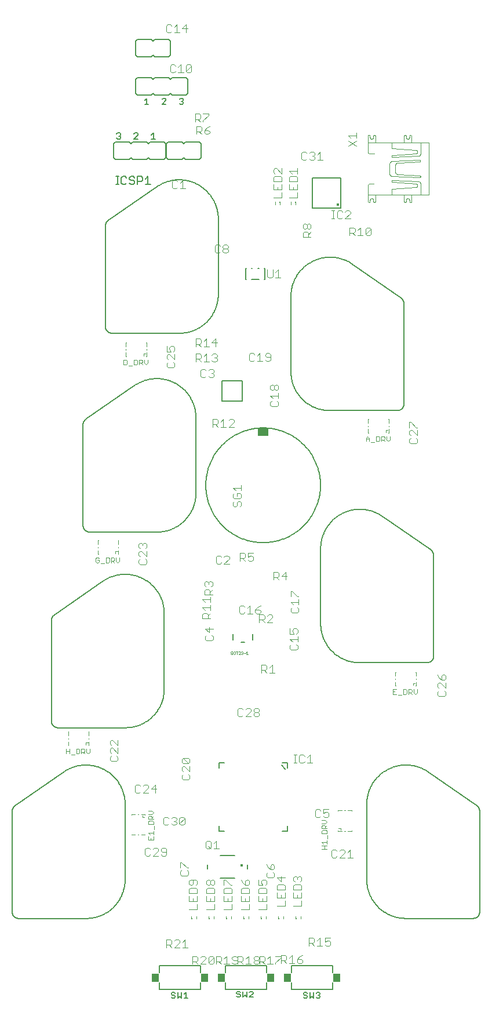
<source format=gbr>
G75*
%MOIN*%
%OFA0B0*%
%FSLAX25Y25*%
%IPPOS*%
%LPD*%
%AMOC8*
5,1,8,0,0,1.08239X$1,22.5*
%
%ADD10C,0.00500*%
%ADD11C,0.00600*%
%ADD12C,0.00300*%
%ADD13C,0.00400*%
%ADD14C,0.00800*%
%ADD15C,0.00100*%
%ADD16R,0.06299X0.04626*%
%ADD17C,0.01433*%
%ADD18C,0.01761*%
%ADD19R,0.00886X0.00984*%
%ADD20C,0.00197*%
%ADD21R,0.04375X0.05000*%
%ADD22C,0.00700*%
D10*
X0044045Y0056000D02*
X0044045Y0113777D01*
X0045744Y0117016D02*
X0073641Y0136291D01*
X0074098Y0136599D01*
X0074563Y0136895D01*
X0075035Y0137180D01*
X0075513Y0137453D01*
X0075998Y0137715D01*
X0076489Y0137965D01*
X0076987Y0138202D01*
X0077490Y0138428D01*
X0077998Y0138641D01*
X0078511Y0138841D01*
X0079029Y0139029D01*
X0079552Y0139204D01*
X0080079Y0139367D01*
X0080609Y0139516D01*
X0081143Y0139653D01*
X0081680Y0139776D01*
X0082220Y0139886D01*
X0082763Y0139983D01*
X0083307Y0140067D01*
X0083854Y0140137D01*
X0084402Y0140194D01*
X0084952Y0140238D01*
X0085502Y0140268D01*
X0086053Y0140284D01*
X0086604Y0140288D01*
X0087155Y0140277D01*
X0087705Y0140253D01*
X0088255Y0140216D01*
X0088804Y0140166D01*
X0089351Y0140102D01*
X0089897Y0140024D01*
X0090441Y0139933D01*
X0090982Y0139829D01*
X0091520Y0139712D01*
X0092056Y0139582D01*
X0092588Y0139439D01*
X0093117Y0139282D01*
X0093641Y0139113D01*
X0094161Y0138931D01*
X0094677Y0138737D01*
X0095188Y0138530D01*
X0095693Y0138310D01*
X0096193Y0138078D01*
X0096687Y0137834D01*
X0097175Y0137578D01*
X0097657Y0137310D01*
X0098132Y0137031D01*
X0098600Y0136740D01*
X0099061Y0136437D01*
X0099514Y0136124D01*
X0099959Y0135799D01*
X0100397Y0135464D01*
X0100826Y0135118D01*
X0101246Y0134761D01*
X0101658Y0134395D01*
X0102060Y0134018D01*
X0102453Y0133632D01*
X0102837Y0133237D01*
X0103211Y0132832D01*
X0103575Y0132418D01*
X0103928Y0131995D01*
X0104271Y0131564D01*
X0104604Y0131124D01*
X0104926Y0130677D01*
X0105236Y0130221D01*
X0105536Y0129759D01*
X0105824Y0129289D01*
X0106100Y0128812D01*
X0106365Y0128329D01*
X0106618Y0127839D01*
X0106859Y0127343D01*
X0107087Y0126842D01*
X0107304Y0126335D01*
X0107507Y0125823D01*
X0107699Y0125306D01*
X0107877Y0124785D01*
X0108043Y0124259D01*
X0108196Y0123730D01*
X0108336Y0123197D01*
X0108463Y0122660D01*
X0108576Y0122121D01*
X0108677Y0121579D01*
X0108764Y0121035D01*
X0108838Y0120489D01*
X0108898Y0119941D01*
X0108945Y0119392D01*
X0108979Y0118842D01*
X0108999Y0118291D01*
X0109006Y0117740D01*
X0109006Y0074409D01*
X0108999Y0073869D01*
X0108980Y0073329D01*
X0108947Y0072790D01*
X0108902Y0072252D01*
X0108843Y0071715D01*
X0108772Y0071180D01*
X0108687Y0070647D01*
X0108590Y0070116D01*
X0108480Y0069587D01*
X0108357Y0069061D01*
X0108221Y0068539D01*
X0108073Y0068019D01*
X0107912Y0067504D01*
X0107739Y0066992D01*
X0107554Y0066485D01*
X0107356Y0065982D01*
X0107147Y0065485D01*
X0106925Y0064992D01*
X0106692Y0064505D01*
X0106446Y0064024D01*
X0106190Y0063549D01*
X0105922Y0063080D01*
X0105642Y0062618D01*
X0105352Y0062163D01*
X0105050Y0061715D01*
X0104738Y0061274D01*
X0104416Y0060841D01*
X0104083Y0060416D01*
X0103739Y0059999D01*
X0103386Y0059591D01*
X0103023Y0059191D01*
X0102651Y0058800D01*
X0102269Y0058418D01*
X0101878Y0058046D01*
X0101478Y0057683D01*
X0101070Y0057330D01*
X0100653Y0056986D01*
X0100228Y0056653D01*
X0099795Y0056331D01*
X0099354Y0056019D01*
X0098906Y0055717D01*
X0098451Y0055427D01*
X0097989Y0055147D01*
X0097520Y0054879D01*
X0097045Y0054623D01*
X0096564Y0054377D01*
X0096077Y0054144D01*
X0095584Y0053922D01*
X0095087Y0053713D01*
X0094584Y0053515D01*
X0094077Y0053330D01*
X0093565Y0053157D01*
X0093050Y0052996D01*
X0092530Y0052848D01*
X0092008Y0052712D01*
X0091482Y0052589D01*
X0090953Y0052479D01*
X0090422Y0052382D01*
X0089889Y0052297D01*
X0089354Y0052226D01*
X0088817Y0052167D01*
X0088279Y0052122D01*
X0087740Y0052089D01*
X0087200Y0052070D01*
X0086660Y0052063D01*
X0047982Y0052063D01*
X0047858Y0052065D01*
X0047735Y0052071D01*
X0047611Y0052080D01*
X0047489Y0052094D01*
X0047366Y0052111D01*
X0047244Y0052133D01*
X0047123Y0052158D01*
X0047003Y0052187D01*
X0046884Y0052219D01*
X0046765Y0052256D01*
X0046648Y0052296D01*
X0046533Y0052339D01*
X0046418Y0052387D01*
X0046306Y0052438D01*
X0046195Y0052492D01*
X0046085Y0052550D01*
X0045978Y0052611D01*
X0045872Y0052676D01*
X0045769Y0052744D01*
X0045668Y0052815D01*
X0045569Y0052889D01*
X0045472Y0052966D01*
X0045378Y0053047D01*
X0045287Y0053130D01*
X0045198Y0053216D01*
X0045112Y0053305D01*
X0045029Y0053396D01*
X0044948Y0053490D01*
X0044871Y0053587D01*
X0044797Y0053686D01*
X0044726Y0053787D01*
X0044658Y0053890D01*
X0044593Y0053996D01*
X0044532Y0054103D01*
X0044474Y0054213D01*
X0044420Y0054324D01*
X0044369Y0054436D01*
X0044321Y0054551D01*
X0044278Y0054666D01*
X0044238Y0054783D01*
X0044201Y0054902D01*
X0044169Y0055021D01*
X0044140Y0055141D01*
X0044115Y0055262D01*
X0044093Y0055384D01*
X0044076Y0055507D01*
X0044062Y0055629D01*
X0044053Y0055753D01*
X0044047Y0055876D01*
X0044045Y0056000D01*
X0044045Y0113777D02*
X0044047Y0113900D01*
X0044053Y0114022D01*
X0044062Y0114145D01*
X0044076Y0114267D01*
X0044093Y0114388D01*
X0044114Y0114509D01*
X0044138Y0114629D01*
X0044167Y0114749D01*
X0044199Y0114867D01*
X0044235Y0114984D01*
X0044274Y0115100D01*
X0044317Y0115215D01*
X0044364Y0115329D01*
X0044414Y0115441D01*
X0044467Y0115551D01*
X0044524Y0115660D01*
X0044585Y0115767D01*
X0044648Y0115872D01*
X0044715Y0115975D01*
X0044785Y0116075D01*
X0044859Y0116174D01*
X0044935Y0116270D01*
X0045014Y0116364D01*
X0045096Y0116455D01*
X0045181Y0116544D01*
X0045268Y0116629D01*
X0045359Y0116713D01*
X0045451Y0116793D01*
X0045547Y0116870D01*
X0045644Y0116945D01*
X0045744Y0117016D01*
X0070518Y0161756D02*
X0109196Y0161756D01*
X0109736Y0161763D01*
X0110276Y0161782D01*
X0110815Y0161815D01*
X0111353Y0161860D01*
X0111890Y0161919D01*
X0112425Y0161990D01*
X0112958Y0162075D01*
X0113489Y0162172D01*
X0114018Y0162282D01*
X0114544Y0162405D01*
X0115066Y0162541D01*
X0115586Y0162689D01*
X0116101Y0162850D01*
X0116613Y0163023D01*
X0117120Y0163208D01*
X0117623Y0163406D01*
X0118120Y0163615D01*
X0118613Y0163837D01*
X0119100Y0164070D01*
X0119581Y0164316D01*
X0120056Y0164572D01*
X0120525Y0164840D01*
X0120987Y0165120D01*
X0121442Y0165410D01*
X0121890Y0165712D01*
X0122331Y0166024D01*
X0122764Y0166346D01*
X0123189Y0166679D01*
X0123606Y0167023D01*
X0124014Y0167376D01*
X0124414Y0167739D01*
X0124805Y0168111D01*
X0125187Y0168493D01*
X0125559Y0168884D01*
X0125922Y0169284D01*
X0126275Y0169692D01*
X0126619Y0170109D01*
X0126952Y0170534D01*
X0127274Y0170967D01*
X0127586Y0171408D01*
X0127888Y0171856D01*
X0128178Y0172311D01*
X0128458Y0172773D01*
X0128726Y0173242D01*
X0128982Y0173717D01*
X0129228Y0174198D01*
X0129461Y0174685D01*
X0129683Y0175178D01*
X0129892Y0175675D01*
X0130090Y0176178D01*
X0130275Y0176685D01*
X0130448Y0177197D01*
X0130609Y0177712D01*
X0130757Y0178232D01*
X0130893Y0178754D01*
X0131016Y0179280D01*
X0131126Y0179809D01*
X0131223Y0180340D01*
X0131308Y0180873D01*
X0131379Y0181408D01*
X0131438Y0181945D01*
X0131483Y0182483D01*
X0131516Y0183022D01*
X0131535Y0183562D01*
X0131542Y0184102D01*
X0131541Y0184102D02*
X0131541Y0227433D01*
X0131542Y0227433D02*
X0131535Y0227984D01*
X0131515Y0228535D01*
X0131481Y0229085D01*
X0131434Y0229634D01*
X0131374Y0230182D01*
X0131300Y0230728D01*
X0131213Y0231272D01*
X0131112Y0231814D01*
X0130999Y0232353D01*
X0130872Y0232890D01*
X0130732Y0233423D01*
X0130579Y0233952D01*
X0130413Y0234478D01*
X0130235Y0234999D01*
X0130043Y0235516D01*
X0129840Y0236028D01*
X0129623Y0236535D01*
X0129395Y0237036D01*
X0129154Y0237532D01*
X0128901Y0238022D01*
X0128636Y0238505D01*
X0128360Y0238982D01*
X0128072Y0239452D01*
X0127772Y0239914D01*
X0127462Y0240370D01*
X0127140Y0240817D01*
X0126807Y0241257D01*
X0126464Y0241688D01*
X0126111Y0242111D01*
X0125747Y0242525D01*
X0125373Y0242930D01*
X0124989Y0243325D01*
X0124596Y0243711D01*
X0124194Y0244088D01*
X0123782Y0244454D01*
X0123362Y0244811D01*
X0122933Y0245157D01*
X0122495Y0245492D01*
X0122050Y0245817D01*
X0121597Y0246130D01*
X0121136Y0246433D01*
X0120668Y0246724D01*
X0120193Y0247003D01*
X0119711Y0247271D01*
X0119223Y0247527D01*
X0118729Y0247771D01*
X0118229Y0248003D01*
X0117724Y0248223D01*
X0117213Y0248430D01*
X0116697Y0248624D01*
X0116177Y0248806D01*
X0115653Y0248975D01*
X0115124Y0249132D01*
X0114592Y0249275D01*
X0114056Y0249405D01*
X0113518Y0249522D01*
X0112977Y0249626D01*
X0112433Y0249717D01*
X0111887Y0249795D01*
X0111340Y0249859D01*
X0110791Y0249909D01*
X0110241Y0249946D01*
X0109691Y0249970D01*
X0109140Y0249981D01*
X0108589Y0249977D01*
X0108038Y0249961D01*
X0107488Y0249931D01*
X0106938Y0249887D01*
X0106390Y0249830D01*
X0105843Y0249760D01*
X0105299Y0249676D01*
X0104756Y0249579D01*
X0104216Y0249469D01*
X0103679Y0249346D01*
X0103145Y0249209D01*
X0102615Y0249060D01*
X0102088Y0248897D01*
X0101565Y0248722D01*
X0101047Y0248534D01*
X0100534Y0248334D01*
X0100026Y0248121D01*
X0099523Y0247895D01*
X0099025Y0247658D01*
X0098534Y0247408D01*
X0098049Y0247146D01*
X0097571Y0246873D01*
X0097099Y0246588D01*
X0096634Y0246292D01*
X0096177Y0245984D01*
X0068280Y0226709D01*
X0066581Y0223470D02*
X0066581Y0165693D01*
X0066583Y0165569D01*
X0066589Y0165446D01*
X0066598Y0165322D01*
X0066612Y0165200D01*
X0066629Y0165077D01*
X0066651Y0164955D01*
X0066676Y0164834D01*
X0066705Y0164714D01*
X0066737Y0164595D01*
X0066774Y0164476D01*
X0066814Y0164359D01*
X0066857Y0164244D01*
X0066905Y0164129D01*
X0066956Y0164017D01*
X0067010Y0163906D01*
X0067068Y0163796D01*
X0067129Y0163689D01*
X0067194Y0163583D01*
X0067262Y0163480D01*
X0067333Y0163379D01*
X0067407Y0163280D01*
X0067484Y0163183D01*
X0067565Y0163089D01*
X0067648Y0162998D01*
X0067734Y0162909D01*
X0067823Y0162823D01*
X0067914Y0162740D01*
X0068008Y0162659D01*
X0068105Y0162582D01*
X0068204Y0162508D01*
X0068305Y0162437D01*
X0068408Y0162369D01*
X0068514Y0162304D01*
X0068621Y0162243D01*
X0068731Y0162185D01*
X0068842Y0162131D01*
X0068954Y0162080D01*
X0069069Y0162032D01*
X0069184Y0161989D01*
X0069301Y0161949D01*
X0069420Y0161912D01*
X0069539Y0161880D01*
X0069659Y0161851D01*
X0069780Y0161826D01*
X0069902Y0161804D01*
X0070025Y0161787D01*
X0070147Y0161773D01*
X0070271Y0161764D01*
X0070394Y0161758D01*
X0070518Y0161756D01*
X0066581Y0223470D02*
X0066583Y0223593D01*
X0066589Y0223715D01*
X0066598Y0223838D01*
X0066612Y0223960D01*
X0066629Y0224081D01*
X0066650Y0224202D01*
X0066674Y0224322D01*
X0066703Y0224442D01*
X0066735Y0224560D01*
X0066771Y0224677D01*
X0066810Y0224793D01*
X0066853Y0224908D01*
X0066900Y0225022D01*
X0066950Y0225134D01*
X0067003Y0225244D01*
X0067060Y0225353D01*
X0067121Y0225460D01*
X0067184Y0225565D01*
X0067251Y0225668D01*
X0067321Y0225768D01*
X0067395Y0225867D01*
X0067471Y0225963D01*
X0067550Y0226057D01*
X0067632Y0226148D01*
X0067717Y0226237D01*
X0067804Y0226322D01*
X0067895Y0226406D01*
X0067987Y0226486D01*
X0068083Y0226563D01*
X0068180Y0226638D01*
X0068280Y0226709D01*
X0088755Y0274301D02*
X0127433Y0274301D01*
X0127973Y0274308D01*
X0128513Y0274327D01*
X0129052Y0274360D01*
X0129590Y0274405D01*
X0130127Y0274464D01*
X0130662Y0274535D01*
X0131195Y0274620D01*
X0131726Y0274717D01*
X0132255Y0274827D01*
X0132781Y0274950D01*
X0133303Y0275086D01*
X0133823Y0275234D01*
X0134338Y0275395D01*
X0134850Y0275568D01*
X0135357Y0275753D01*
X0135860Y0275951D01*
X0136357Y0276160D01*
X0136850Y0276382D01*
X0137337Y0276615D01*
X0137818Y0276861D01*
X0138293Y0277117D01*
X0138762Y0277385D01*
X0139224Y0277665D01*
X0139679Y0277955D01*
X0140127Y0278257D01*
X0140568Y0278569D01*
X0141001Y0278891D01*
X0141426Y0279224D01*
X0141843Y0279568D01*
X0142251Y0279921D01*
X0142651Y0280284D01*
X0143042Y0280656D01*
X0143424Y0281038D01*
X0143796Y0281429D01*
X0144159Y0281829D01*
X0144512Y0282237D01*
X0144856Y0282654D01*
X0145189Y0283079D01*
X0145511Y0283512D01*
X0145823Y0283953D01*
X0146125Y0284401D01*
X0146415Y0284856D01*
X0146695Y0285318D01*
X0146963Y0285787D01*
X0147219Y0286262D01*
X0147465Y0286743D01*
X0147698Y0287230D01*
X0147920Y0287723D01*
X0148129Y0288220D01*
X0148327Y0288723D01*
X0148512Y0289230D01*
X0148685Y0289742D01*
X0148846Y0290257D01*
X0148994Y0290777D01*
X0149130Y0291299D01*
X0149253Y0291825D01*
X0149363Y0292354D01*
X0149460Y0292885D01*
X0149545Y0293418D01*
X0149616Y0293953D01*
X0149675Y0294490D01*
X0149720Y0295028D01*
X0149753Y0295567D01*
X0149772Y0296107D01*
X0149779Y0296647D01*
X0149779Y0339978D01*
X0164730Y0349515D02*
X0164730Y0361326D01*
X0176541Y0361326D01*
X0176541Y0349515D01*
X0164730Y0349515D01*
X0140286Y0388654D02*
X0101608Y0388654D01*
X0101484Y0388656D01*
X0101361Y0388662D01*
X0101237Y0388671D01*
X0101115Y0388685D01*
X0100992Y0388702D01*
X0100870Y0388724D01*
X0100749Y0388749D01*
X0100629Y0388778D01*
X0100510Y0388810D01*
X0100391Y0388847D01*
X0100274Y0388887D01*
X0100159Y0388930D01*
X0100044Y0388978D01*
X0099932Y0389029D01*
X0099821Y0389083D01*
X0099711Y0389141D01*
X0099604Y0389202D01*
X0099498Y0389267D01*
X0099395Y0389335D01*
X0099294Y0389406D01*
X0099195Y0389480D01*
X0099098Y0389557D01*
X0099004Y0389638D01*
X0098913Y0389721D01*
X0098824Y0389807D01*
X0098738Y0389896D01*
X0098655Y0389987D01*
X0098574Y0390081D01*
X0098497Y0390178D01*
X0098423Y0390277D01*
X0098352Y0390378D01*
X0098284Y0390481D01*
X0098219Y0390587D01*
X0098158Y0390694D01*
X0098100Y0390804D01*
X0098046Y0390915D01*
X0097995Y0391027D01*
X0097947Y0391142D01*
X0097904Y0391257D01*
X0097864Y0391374D01*
X0097827Y0391493D01*
X0097795Y0391612D01*
X0097766Y0391732D01*
X0097741Y0391853D01*
X0097719Y0391975D01*
X0097702Y0392098D01*
X0097688Y0392220D01*
X0097679Y0392344D01*
X0097673Y0392467D01*
X0097671Y0392591D01*
X0097671Y0450368D01*
X0099370Y0453607D02*
X0127267Y0472881D01*
X0123700Y0474298D02*
X0120697Y0474298D01*
X0122198Y0474298D02*
X0122198Y0478802D01*
X0120697Y0477301D01*
X0119096Y0478051D02*
X0119096Y0476550D01*
X0118345Y0475800D01*
X0116093Y0475800D01*
X0116093Y0474298D02*
X0116093Y0478802D01*
X0118345Y0478802D01*
X0119096Y0478051D01*
X0114492Y0478051D02*
X0113741Y0478802D01*
X0112240Y0478802D01*
X0111489Y0478051D01*
X0111489Y0477301D01*
X0112240Y0476550D01*
X0113741Y0476550D01*
X0114492Y0475800D01*
X0114492Y0475049D01*
X0113741Y0474298D01*
X0112240Y0474298D01*
X0111489Y0475049D01*
X0109888Y0475049D02*
X0109137Y0474298D01*
X0107636Y0474298D01*
X0106885Y0475049D01*
X0106885Y0478051D01*
X0107636Y0478802D01*
X0109137Y0478802D01*
X0109888Y0478051D01*
X0105317Y0478802D02*
X0103816Y0478802D01*
X0104567Y0478802D02*
X0104567Y0474298D01*
X0105317Y0474298D02*
X0103816Y0474298D01*
X0099370Y0453607D02*
X0099270Y0453536D01*
X0099173Y0453461D01*
X0099077Y0453384D01*
X0098985Y0453304D01*
X0098894Y0453220D01*
X0098807Y0453135D01*
X0098722Y0453046D01*
X0098640Y0452955D01*
X0098561Y0452861D01*
X0098485Y0452765D01*
X0098411Y0452666D01*
X0098341Y0452566D01*
X0098274Y0452463D01*
X0098211Y0452358D01*
X0098150Y0452251D01*
X0098093Y0452142D01*
X0098040Y0452032D01*
X0097990Y0451920D01*
X0097943Y0451806D01*
X0097900Y0451691D01*
X0097861Y0451575D01*
X0097825Y0451458D01*
X0097793Y0451340D01*
X0097764Y0451220D01*
X0097740Y0451100D01*
X0097719Y0450979D01*
X0097702Y0450858D01*
X0097688Y0450736D01*
X0097679Y0450613D01*
X0097673Y0450491D01*
X0097671Y0450368D01*
X0104777Y0500398D02*
X0104210Y0500965D01*
X0104777Y0500398D02*
X0105912Y0500398D01*
X0106479Y0500965D01*
X0106479Y0501533D01*
X0105912Y0502100D01*
X0105344Y0502100D01*
X0105912Y0502100D02*
X0106479Y0502667D01*
X0106479Y0503234D01*
X0105912Y0503801D01*
X0104777Y0503801D01*
X0104210Y0503234D01*
X0114210Y0503234D02*
X0114777Y0503801D01*
X0115912Y0503801D01*
X0116479Y0503234D01*
X0116479Y0502667D01*
X0114210Y0500398D01*
X0116479Y0500398D01*
X0124210Y0500398D02*
X0126479Y0500398D01*
X0125344Y0500398D02*
X0125344Y0503801D01*
X0124210Y0502667D01*
X0122517Y0520299D02*
X0120248Y0520299D01*
X0121382Y0520299D02*
X0121382Y0523702D01*
X0120248Y0522568D01*
X0130248Y0523135D02*
X0130815Y0523702D01*
X0131949Y0523702D01*
X0132517Y0523135D01*
X0132517Y0522568D01*
X0130248Y0520299D01*
X0132517Y0520299D01*
X0140248Y0520866D02*
X0140815Y0520299D01*
X0141949Y0520299D01*
X0142517Y0520866D01*
X0142517Y0521434D01*
X0141949Y0522001D01*
X0141382Y0522001D01*
X0141949Y0522001D02*
X0142517Y0522568D01*
X0142517Y0523135D01*
X0141949Y0523702D01*
X0140815Y0523702D01*
X0140248Y0523135D01*
X0127267Y0472882D02*
X0127724Y0473190D01*
X0128189Y0473486D01*
X0128661Y0473771D01*
X0129139Y0474044D01*
X0129624Y0474306D01*
X0130115Y0474556D01*
X0130613Y0474793D01*
X0131116Y0475019D01*
X0131624Y0475232D01*
X0132137Y0475432D01*
X0132655Y0475620D01*
X0133178Y0475795D01*
X0133705Y0475958D01*
X0134235Y0476107D01*
X0134769Y0476244D01*
X0135306Y0476367D01*
X0135846Y0476477D01*
X0136389Y0476574D01*
X0136933Y0476658D01*
X0137480Y0476728D01*
X0138028Y0476785D01*
X0138578Y0476829D01*
X0139128Y0476859D01*
X0139679Y0476875D01*
X0140230Y0476879D01*
X0140781Y0476868D01*
X0141331Y0476844D01*
X0141881Y0476807D01*
X0142430Y0476757D01*
X0142977Y0476693D01*
X0143523Y0476615D01*
X0144067Y0476524D01*
X0144608Y0476420D01*
X0145146Y0476303D01*
X0145682Y0476173D01*
X0146214Y0476030D01*
X0146743Y0475873D01*
X0147267Y0475704D01*
X0147787Y0475522D01*
X0148303Y0475328D01*
X0148814Y0475121D01*
X0149319Y0474901D01*
X0149819Y0474669D01*
X0150313Y0474425D01*
X0150801Y0474169D01*
X0151283Y0473901D01*
X0151758Y0473622D01*
X0152226Y0473331D01*
X0152687Y0473028D01*
X0153140Y0472715D01*
X0153585Y0472390D01*
X0154023Y0472055D01*
X0154452Y0471709D01*
X0154872Y0471352D01*
X0155284Y0470986D01*
X0155686Y0470609D01*
X0156079Y0470223D01*
X0156463Y0469828D01*
X0156837Y0469423D01*
X0157201Y0469009D01*
X0157554Y0468586D01*
X0157897Y0468155D01*
X0158230Y0467715D01*
X0158552Y0467268D01*
X0158862Y0466812D01*
X0159162Y0466350D01*
X0159450Y0465880D01*
X0159726Y0465403D01*
X0159991Y0464920D01*
X0160244Y0464430D01*
X0160485Y0463934D01*
X0160713Y0463433D01*
X0160930Y0462926D01*
X0161133Y0462414D01*
X0161325Y0461897D01*
X0161503Y0461376D01*
X0161669Y0460850D01*
X0161822Y0460321D01*
X0161962Y0459788D01*
X0162089Y0459251D01*
X0162202Y0458712D01*
X0162303Y0458170D01*
X0162390Y0457626D01*
X0162464Y0457080D01*
X0162524Y0456532D01*
X0162571Y0455983D01*
X0162605Y0455433D01*
X0162625Y0454882D01*
X0162632Y0454331D01*
X0162632Y0410999D01*
X0162625Y0410459D01*
X0162606Y0409919D01*
X0162573Y0409380D01*
X0162528Y0408842D01*
X0162469Y0408305D01*
X0162398Y0407770D01*
X0162313Y0407237D01*
X0162216Y0406706D01*
X0162106Y0406177D01*
X0161983Y0405651D01*
X0161847Y0405129D01*
X0161699Y0404609D01*
X0161538Y0404094D01*
X0161365Y0403582D01*
X0161180Y0403075D01*
X0160982Y0402572D01*
X0160773Y0402075D01*
X0160551Y0401582D01*
X0160318Y0401095D01*
X0160072Y0400614D01*
X0159816Y0400139D01*
X0159548Y0399670D01*
X0159268Y0399208D01*
X0158978Y0398753D01*
X0158676Y0398305D01*
X0158364Y0397864D01*
X0158042Y0397431D01*
X0157709Y0397006D01*
X0157365Y0396589D01*
X0157012Y0396181D01*
X0156649Y0395781D01*
X0156277Y0395390D01*
X0155895Y0395008D01*
X0155504Y0394636D01*
X0155104Y0394273D01*
X0154696Y0393920D01*
X0154279Y0393576D01*
X0153854Y0393243D01*
X0153421Y0392921D01*
X0152980Y0392609D01*
X0152532Y0392307D01*
X0152077Y0392017D01*
X0151615Y0391737D01*
X0151146Y0391469D01*
X0150671Y0391213D01*
X0150190Y0390967D01*
X0149703Y0390734D01*
X0149210Y0390512D01*
X0148713Y0390303D01*
X0148210Y0390105D01*
X0147703Y0389920D01*
X0147191Y0389747D01*
X0146676Y0389586D01*
X0146156Y0389438D01*
X0145634Y0389302D01*
X0145108Y0389179D01*
X0144579Y0389069D01*
X0144048Y0388972D01*
X0143515Y0388887D01*
X0142980Y0388816D01*
X0142443Y0388757D01*
X0141905Y0388712D01*
X0141366Y0388679D01*
X0140826Y0388660D01*
X0140286Y0388653D01*
X0114414Y0358529D02*
X0086517Y0339255D01*
X0084818Y0336016D02*
X0084818Y0278238D01*
X0084820Y0278114D01*
X0084826Y0277991D01*
X0084835Y0277867D01*
X0084849Y0277745D01*
X0084866Y0277622D01*
X0084888Y0277500D01*
X0084913Y0277379D01*
X0084942Y0277259D01*
X0084974Y0277140D01*
X0085011Y0277021D01*
X0085051Y0276904D01*
X0085094Y0276789D01*
X0085142Y0276674D01*
X0085193Y0276562D01*
X0085247Y0276451D01*
X0085305Y0276341D01*
X0085366Y0276234D01*
X0085431Y0276128D01*
X0085499Y0276025D01*
X0085570Y0275924D01*
X0085644Y0275825D01*
X0085721Y0275728D01*
X0085802Y0275634D01*
X0085885Y0275543D01*
X0085971Y0275454D01*
X0086060Y0275368D01*
X0086151Y0275285D01*
X0086245Y0275204D01*
X0086342Y0275127D01*
X0086441Y0275053D01*
X0086542Y0274982D01*
X0086645Y0274914D01*
X0086751Y0274849D01*
X0086858Y0274788D01*
X0086968Y0274730D01*
X0087079Y0274676D01*
X0087191Y0274625D01*
X0087306Y0274577D01*
X0087421Y0274534D01*
X0087538Y0274494D01*
X0087657Y0274457D01*
X0087776Y0274425D01*
X0087896Y0274396D01*
X0088017Y0274371D01*
X0088139Y0274349D01*
X0088262Y0274332D01*
X0088384Y0274318D01*
X0088508Y0274309D01*
X0088631Y0274303D01*
X0088755Y0274301D01*
X0084818Y0336016D02*
X0084820Y0336139D01*
X0084826Y0336261D01*
X0084835Y0336384D01*
X0084849Y0336506D01*
X0084866Y0336627D01*
X0084887Y0336748D01*
X0084911Y0336868D01*
X0084940Y0336988D01*
X0084972Y0337106D01*
X0085008Y0337223D01*
X0085047Y0337339D01*
X0085090Y0337454D01*
X0085137Y0337568D01*
X0085187Y0337680D01*
X0085240Y0337790D01*
X0085297Y0337899D01*
X0085358Y0338006D01*
X0085421Y0338111D01*
X0085488Y0338214D01*
X0085558Y0338314D01*
X0085632Y0338413D01*
X0085708Y0338509D01*
X0085787Y0338603D01*
X0085869Y0338694D01*
X0085954Y0338783D01*
X0086041Y0338868D01*
X0086132Y0338952D01*
X0086224Y0339032D01*
X0086320Y0339109D01*
X0086417Y0339184D01*
X0086517Y0339255D01*
X0114414Y0358529D02*
X0114871Y0358837D01*
X0115336Y0359133D01*
X0115808Y0359418D01*
X0116286Y0359691D01*
X0116771Y0359953D01*
X0117262Y0360203D01*
X0117760Y0360440D01*
X0118263Y0360666D01*
X0118771Y0360879D01*
X0119284Y0361079D01*
X0119802Y0361267D01*
X0120325Y0361442D01*
X0120852Y0361605D01*
X0121382Y0361754D01*
X0121916Y0361891D01*
X0122453Y0362014D01*
X0122993Y0362124D01*
X0123536Y0362221D01*
X0124080Y0362305D01*
X0124627Y0362375D01*
X0125175Y0362432D01*
X0125725Y0362476D01*
X0126275Y0362506D01*
X0126826Y0362522D01*
X0127377Y0362526D01*
X0127928Y0362515D01*
X0128478Y0362491D01*
X0129028Y0362454D01*
X0129577Y0362404D01*
X0130124Y0362340D01*
X0130670Y0362262D01*
X0131214Y0362171D01*
X0131755Y0362067D01*
X0132293Y0361950D01*
X0132829Y0361820D01*
X0133361Y0361677D01*
X0133890Y0361520D01*
X0134414Y0361351D01*
X0134934Y0361169D01*
X0135450Y0360975D01*
X0135961Y0360768D01*
X0136466Y0360548D01*
X0136966Y0360316D01*
X0137460Y0360072D01*
X0137948Y0359816D01*
X0138430Y0359548D01*
X0138905Y0359269D01*
X0139373Y0358978D01*
X0139834Y0358675D01*
X0140287Y0358362D01*
X0140732Y0358037D01*
X0141170Y0357702D01*
X0141599Y0357356D01*
X0142019Y0356999D01*
X0142431Y0356633D01*
X0142833Y0356256D01*
X0143226Y0355870D01*
X0143610Y0355475D01*
X0143984Y0355070D01*
X0144348Y0354656D01*
X0144701Y0354233D01*
X0145044Y0353802D01*
X0145377Y0353362D01*
X0145699Y0352915D01*
X0146009Y0352459D01*
X0146309Y0351997D01*
X0146597Y0351527D01*
X0146873Y0351050D01*
X0147138Y0350567D01*
X0147391Y0350077D01*
X0147632Y0349581D01*
X0147860Y0349080D01*
X0148077Y0348573D01*
X0148280Y0348061D01*
X0148472Y0347544D01*
X0148650Y0347023D01*
X0148816Y0346497D01*
X0148969Y0345968D01*
X0149109Y0345435D01*
X0149236Y0344898D01*
X0149349Y0344359D01*
X0149450Y0343817D01*
X0149537Y0343273D01*
X0149611Y0342727D01*
X0149671Y0342179D01*
X0149718Y0341630D01*
X0149752Y0341080D01*
X0149772Y0340529D01*
X0149779Y0339978D01*
X0204407Y0366472D02*
X0204407Y0409803D01*
X0204414Y0410354D01*
X0204434Y0410905D01*
X0204468Y0411455D01*
X0204515Y0412004D01*
X0204575Y0412552D01*
X0204649Y0413098D01*
X0204736Y0413642D01*
X0204837Y0414184D01*
X0204950Y0414723D01*
X0205077Y0415260D01*
X0205217Y0415793D01*
X0205370Y0416322D01*
X0205536Y0416848D01*
X0205714Y0417369D01*
X0205906Y0417886D01*
X0206109Y0418398D01*
X0206326Y0418905D01*
X0206554Y0419406D01*
X0206795Y0419902D01*
X0207048Y0420392D01*
X0207313Y0420875D01*
X0207589Y0421352D01*
X0207877Y0421822D01*
X0208177Y0422284D01*
X0208487Y0422740D01*
X0208809Y0423187D01*
X0209142Y0423627D01*
X0209485Y0424058D01*
X0209838Y0424481D01*
X0210202Y0424895D01*
X0210576Y0425300D01*
X0210960Y0425695D01*
X0211353Y0426081D01*
X0211755Y0426458D01*
X0212167Y0426824D01*
X0212587Y0427181D01*
X0213016Y0427527D01*
X0213454Y0427862D01*
X0213899Y0428187D01*
X0214352Y0428500D01*
X0214813Y0428803D01*
X0215281Y0429094D01*
X0215756Y0429373D01*
X0216238Y0429641D01*
X0216726Y0429897D01*
X0217220Y0430141D01*
X0217720Y0430373D01*
X0218225Y0430593D01*
X0218736Y0430800D01*
X0219252Y0430994D01*
X0219772Y0431176D01*
X0220296Y0431345D01*
X0220825Y0431502D01*
X0221357Y0431645D01*
X0221893Y0431775D01*
X0222431Y0431892D01*
X0222972Y0431996D01*
X0223516Y0432087D01*
X0224062Y0432165D01*
X0224609Y0432229D01*
X0225158Y0432279D01*
X0225708Y0432316D01*
X0226258Y0432340D01*
X0226809Y0432351D01*
X0227360Y0432347D01*
X0227911Y0432331D01*
X0228461Y0432301D01*
X0229011Y0432257D01*
X0229559Y0432200D01*
X0230106Y0432130D01*
X0230650Y0432046D01*
X0231193Y0431949D01*
X0231733Y0431839D01*
X0232270Y0431716D01*
X0232804Y0431579D01*
X0233334Y0431430D01*
X0233861Y0431267D01*
X0234384Y0431092D01*
X0234902Y0430904D01*
X0235415Y0430704D01*
X0235923Y0430491D01*
X0236426Y0430265D01*
X0236924Y0430028D01*
X0237415Y0429778D01*
X0237900Y0429516D01*
X0238378Y0429243D01*
X0238850Y0428958D01*
X0239315Y0428662D01*
X0239772Y0428354D01*
X0267669Y0409079D01*
X0269368Y0405840D02*
X0269368Y0348063D01*
X0269366Y0347939D01*
X0269360Y0347816D01*
X0269351Y0347692D01*
X0269337Y0347570D01*
X0269320Y0347447D01*
X0269298Y0347325D01*
X0269273Y0347204D01*
X0269244Y0347084D01*
X0269212Y0346965D01*
X0269175Y0346846D01*
X0269135Y0346729D01*
X0269092Y0346614D01*
X0269044Y0346499D01*
X0268993Y0346387D01*
X0268939Y0346276D01*
X0268881Y0346166D01*
X0268820Y0346059D01*
X0268755Y0345953D01*
X0268687Y0345850D01*
X0268616Y0345749D01*
X0268542Y0345650D01*
X0268465Y0345553D01*
X0268384Y0345459D01*
X0268301Y0345368D01*
X0268215Y0345279D01*
X0268126Y0345193D01*
X0268035Y0345110D01*
X0267941Y0345029D01*
X0267844Y0344952D01*
X0267745Y0344878D01*
X0267644Y0344807D01*
X0267541Y0344739D01*
X0267435Y0344674D01*
X0267328Y0344613D01*
X0267218Y0344555D01*
X0267107Y0344501D01*
X0266995Y0344450D01*
X0266880Y0344402D01*
X0266765Y0344359D01*
X0266648Y0344319D01*
X0266529Y0344282D01*
X0266410Y0344250D01*
X0266290Y0344221D01*
X0266169Y0344196D01*
X0266047Y0344174D01*
X0265924Y0344157D01*
X0265802Y0344143D01*
X0265678Y0344134D01*
X0265555Y0344128D01*
X0265431Y0344126D01*
X0226753Y0344126D01*
X0226213Y0344133D01*
X0225673Y0344152D01*
X0225134Y0344185D01*
X0224596Y0344230D01*
X0224059Y0344289D01*
X0223524Y0344360D01*
X0222991Y0344445D01*
X0222460Y0344542D01*
X0221931Y0344652D01*
X0221405Y0344775D01*
X0220883Y0344911D01*
X0220363Y0345059D01*
X0219848Y0345220D01*
X0219336Y0345393D01*
X0218829Y0345578D01*
X0218326Y0345776D01*
X0217829Y0345985D01*
X0217336Y0346207D01*
X0216849Y0346440D01*
X0216368Y0346686D01*
X0215893Y0346942D01*
X0215424Y0347210D01*
X0214962Y0347490D01*
X0214507Y0347780D01*
X0214059Y0348082D01*
X0213618Y0348394D01*
X0213185Y0348716D01*
X0212760Y0349049D01*
X0212343Y0349393D01*
X0211935Y0349746D01*
X0211535Y0350109D01*
X0211144Y0350481D01*
X0210762Y0350863D01*
X0210390Y0351254D01*
X0210027Y0351654D01*
X0209674Y0352062D01*
X0209330Y0352479D01*
X0208997Y0352904D01*
X0208675Y0353337D01*
X0208363Y0353778D01*
X0208061Y0354226D01*
X0207771Y0354681D01*
X0207491Y0355143D01*
X0207223Y0355612D01*
X0206967Y0356087D01*
X0206721Y0356568D01*
X0206488Y0357055D01*
X0206266Y0357548D01*
X0206057Y0358045D01*
X0205859Y0358548D01*
X0205674Y0359055D01*
X0205501Y0359567D01*
X0205340Y0360082D01*
X0205192Y0360602D01*
X0205056Y0361124D01*
X0204933Y0361650D01*
X0204823Y0362179D01*
X0204726Y0362710D01*
X0204641Y0363243D01*
X0204570Y0363778D01*
X0204511Y0364315D01*
X0204466Y0364853D01*
X0204433Y0365392D01*
X0204414Y0365932D01*
X0204407Y0366472D01*
X0256894Y0283393D02*
X0284791Y0264119D01*
X0286490Y0260880D02*
X0286490Y0203102D01*
X0286488Y0202978D01*
X0286482Y0202855D01*
X0286473Y0202731D01*
X0286459Y0202609D01*
X0286442Y0202486D01*
X0286420Y0202364D01*
X0286395Y0202243D01*
X0286366Y0202123D01*
X0286334Y0202004D01*
X0286297Y0201885D01*
X0286257Y0201768D01*
X0286214Y0201653D01*
X0286166Y0201538D01*
X0286115Y0201426D01*
X0286061Y0201315D01*
X0286003Y0201205D01*
X0285942Y0201098D01*
X0285877Y0200992D01*
X0285809Y0200889D01*
X0285738Y0200788D01*
X0285664Y0200689D01*
X0285587Y0200592D01*
X0285506Y0200498D01*
X0285423Y0200407D01*
X0285337Y0200318D01*
X0285248Y0200232D01*
X0285157Y0200149D01*
X0285063Y0200068D01*
X0284966Y0199991D01*
X0284867Y0199917D01*
X0284766Y0199846D01*
X0284663Y0199778D01*
X0284557Y0199713D01*
X0284450Y0199652D01*
X0284340Y0199594D01*
X0284229Y0199540D01*
X0284117Y0199489D01*
X0284002Y0199441D01*
X0283887Y0199398D01*
X0283770Y0199358D01*
X0283651Y0199321D01*
X0283532Y0199289D01*
X0283412Y0199260D01*
X0283291Y0199235D01*
X0283169Y0199213D01*
X0283046Y0199196D01*
X0282924Y0199182D01*
X0282800Y0199173D01*
X0282677Y0199167D01*
X0282553Y0199165D01*
X0243875Y0199165D01*
X0243335Y0199172D01*
X0242795Y0199191D01*
X0242256Y0199224D01*
X0241718Y0199269D01*
X0241181Y0199328D01*
X0240646Y0199399D01*
X0240113Y0199484D01*
X0239582Y0199581D01*
X0239053Y0199691D01*
X0238527Y0199814D01*
X0238005Y0199950D01*
X0237485Y0200098D01*
X0236970Y0200259D01*
X0236458Y0200432D01*
X0235951Y0200617D01*
X0235448Y0200815D01*
X0234951Y0201024D01*
X0234458Y0201246D01*
X0233971Y0201479D01*
X0233490Y0201725D01*
X0233015Y0201981D01*
X0232546Y0202249D01*
X0232084Y0202529D01*
X0231629Y0202819D01*
X0231181Y0203121D01*
X0230740Y0203433D01*
X0230307Y0203755D01*
X0229882Y0204088D01*
X0229465Y0204432D01*
X0229057Y0204785D01*
X0228657Y0205148D01*
X0228266Y0205520D01*
X0227884Y0205902D01*
X0227512Y0206293D01*
X0227149Y0206693D01*
X0226796Y0207101D01*
X0226452Y0207518D01*
X0226119Y0207943D01*
X0225797Y0208376D01*
X0225485Y0208817D01*
X0225183Y0209265D01*
X0224893Y0209720D01*
X0224613Y0210182D01*
X0224345Y0210651D01*
X0224089Y0211126D01*
X0223843Y0211607D01*
X0223610Y0212094D01*
X0223388Y0212587D01*
X0223179Y0213084D01*
X0222981Y0213587D01*
X0222796Y0214094D01*
X0222623Y0214606D01*
X0222462Y0215121D01*
X0222314Y0215641D01*
X0222178Y0216163D01*
X0222055Y0216689D01*
X0221945Y0217218D01*
X0221848Y0217749D01*
X0221763Y0218282D01*
X0221692Y0218817D01*
X0221633Y0219354D01*
X0221588Y0219892D01*
X0221555Y0220431D01*
X0221536Y0220971D01*
X0221529Y0221511D01*
X0221530Y0221511D02*
X0221530Y0264842D01*
X0221529Y0264842D02*
X0221536Y0265393D01*
X0221556Y0265944D01*
X0221590Y0266494D01*
X0221637Y0267043D01*
X0221697Y0267591D01*
X0221771Y0268137D01*
X0221858Y0268681D01*
X0221959Y0269223D01*
X0222072Y0269762D01*
X0222199Y0270299D01*
X0222339Y0270832D01*
X0222492Y0271361D01*
X0222658Y0271887D01*
X0222836Y0272408D01*
X0223028Y0272925D01*
X0223231Y0273437D01*
X0223448Y0273944D01*
X0223676Y0274445D01*
X0223917Y0274941D01*
X0224170Y0275431D01*
X0224435Y0275914D01*
X0224711Y0276391D01*
X0224999Y0276861D01*
X0225299Y0277323D01*
X0225609Y0277779D01*
X0225931Y0278226D01*
X0226264Y0278666D01*
X0226607Y0279097D01*
X0226960Y0279520D01*
X0227324Y0279934D01*
X0227698Y0280339D01*
X0228082Y0280734D01*
X0228475Y0281120D01*
X0228877Y0281497D01*
X0229289Y0281863D01*
X0229709Y0282220D01*
X0230138Y0282566D01*
X0230576Y0282901D01*
X0231021Y0283226D01*
X0231474Y0283539D01*
X0231935Y0283842D01*
X0232403Y0284133D01*
X0232878Y0284412D01*
X0233360Y0284680D01*
X0233848Y0284936D01*
X0234342Y0285180D01*
X0234842Y0285412D01*
X0235347Y0285632D01*
X0235858Y0285839D01*
X0236374Y0286033D01*
X0236894Y0286215D01*
X0237418Y0286384D01*
X0237947Y0286541D01*
X0238479Y0286684D01*
X0239015Y0286814D01*
X0239553Y0286931D01*
X0240094Y0287035D01*
X0240638Y0287126D01*
X0241184Y0287204D01*
X0241731Y0287268D01*
X0242280Y0287318D01*
X0242830Y0287355D01*
X0243380Y0287379D01*
X0243931Y0287390D01*
X0244482Y0287386D01*
X0245033Y0287370D01*
X0245583Y0287340D01*
X0246133Y0287296D01*
X0246681Y0287239D01*
X0247228Y0287169D01*
X0247772Y0287085D01*
X0248315Y0286988D01*
X0248855Y0286878D01*
X0249392Y0286755D01*
X0249926Y0286618D01*
X0250456Y0286469D01*
X0250983Y0286306D01*
X0251506Y0286131D01*
X0252024Y0285943D01*
X0252537Y0285743D01*
X0253045Y0285530D01*
X0253548Y0285304D01*
X0254046Y0285067D01*
X0254537Y0284817D01*
X0255022Y0284555D01*
X0255500Y0284282D01*
X0255972Y0283997D01*
X0256437Y0283701D01*
X0256894Y0283393D01*
X0284791Y0264119D02*
X0284891Y0264048D01*
X0284988Y0263973D01*
X0285084Y0263896D01*
X0285176Y0263816D01*
X0285267Y0263732D01*
X0285354Y0263647D01*
X0285439Y0263558D01*
X0285521Y0263467D01*
X0285600Y0263373D01*
X0285676Y0263277D01*
X0285750Y0263178D01*
X0285820Y0263078D01*
X0285887Y0262975D01*
X0285950Y0262870D01*
X0286011Y0262763D01*
X0286068Y0262654D01*
X0286121Y0262544D01*
X0286171Y0262432D01*
X0286218Y0262318D01*
X0286261Y0262203D01*
X0286300Y0262087D01*
X0286336Y0261970D01*
X0286368Y0261852D01*
X0286397Y0261732D01*
X0286421Y0261612D01*
X0286442Y0261491D01*
X0286459Y0261370D01*
X0286473Y0261248D01*
X0286482Y0261125D01*
X0286488Y0261003D01*
X0286490Y0260880D01*
X0283390Y0136310D02*
X0311287Y0117036D01*
X0312986Y0113797D02*
X0312986Y0056020D01*
X0312984Y0055896D01*
X0312978Y0055773D01*
X0312969Y0055649D01*
X0312955Y0055527D01*
X0312938Y0055404D01*
X0312916Y0055282D01*
X0312891Y0055161D01*
X0312862Y0055041D01*
X0312830Y0054922D01*
X0312793Y0054803D01*
X0312753Y0054686D01*
X0312710Y0054571D01*
X0312662Y0054456D01*
X0312611Y0054344D01*
X0312557Y0054233D01*
X0312499Y0054123D01*
X0312438Y0054016D01*
X0312373Y0053910D01*
X0312305Y0053807D01*
X0312234Y0053706D01*
X0312160Y0053607D01*
X0312083Y0053510D01*
X0312002Y0053416D01*
X0311919Y0053325D01*
X0311833Y0053236D01*
X0311744Y0053150D01*
X0311653Y0053067D01*
X0311559Y0052986D01*
X0311462Y0052909D01*
X0311363Y0052835D01*
X0311262Y0052764D01*
X0311159Y0052696D01*
X0311053Y0052631D01*
X0310946Y0052570D01*
X0310836Y0052512D01*
X0310725Y0052458D01*
X0310613Y0052407D01*
X0310498Y0052359D01*
X0310383Y0052316D01*
X0310266Y0052276D01*
X0310147Y0052239D01*
X0310028Y0052207D01*
X0309908Y0052178D01*
X0309787Y0052153D01*
X0309665Y0052131D01*
X0309542Y0052114D01*
X0309420Y0052100D01*
X0309296Y0052091D01*
X0309173Y0052085D01*
X0309049Y0052083D01*
X0270371Y0052083D01*
X0270371Y0052082D02*
X0269831Y0052089D01*
X0269291Y0052108D01*
X0268752Y0052141D01*
X0268214Y0052186D01*
X0267677Y0052245D01*
X0267142Y0052316D01*
X0266609Y0052401D01*
X0266078Y0052498D01*
X0265549Y0052608D01*
X0265023Y0052731D01*
X0264501Y0052867D01*
X0263981Y0053015D01*
X0263466Y0053176D01*
X0262954Y0053349D01*
X0262447Y0053534D01*
X0261944Y0053732D01*
X0261447Y0053941D01*
X0260954Y0054163D01*
X0260467Y0054396D01*
X0259986Y0054642D01*
X0259511Y0054898D01*
X0259042Y0055166D01*
X0258580Y0055446D01*
X0258125Y0055736D01*
X0257677Y0056038D01*
X0257236Y0056350D01*
X0256803Y0056672D01*
X0256378Y0057005D01*
X0255961Y0057349D01*
X0255553Y0057702D01*
X0255153Y0058065D01*
X0254762Y0058437D01*
X0254380Y0058819D01*
X0254008Y0059210D01*
X0253645Y0059610D01*
X0253292Y0060018D01*
X0252948Y0060435D01*
X0252615Y0060860D01*
X0252293Y0061293D01*
X0251981Y0061734D01*
X0251679Y0062182D01*
X0251389Y0062637D01*
X0251109Y0063099D01*
X0250841Y0063568D01*
X0250585Y0064043D01*
X0250339Y0064524D01*
X0250106Y0065011D01*
X0249884Y0065504D01*
X0249675Y0066001D01*
X0249477Y0066504D01*
X0249292Y0067011D01*
X0249119Y0067523D01*
X0248958Y0068038D01*
X0248810Y0068558D01*
X0248674Y0069080D01*
X0248551Y0069606D01*
X0248441Y0070135D01*
X0248344Y0070666D01*
X0248259Y0071199D01*
X0248188Y0071734D01*
X0248129Y0072271D01*
X0248084Y0072809D01*
X0248051Y0073348D01*
X0248032Y0073888D01*
X0248025Y0074428D01*
X0248026Y0074428D02*
X0248026Y0117760D01*
X0248025Y0117760D02*
X0248032Y0118311D01*
X0248052Y0118862D01*
X0248086Y0119412D01*
X0248133Y0119961D01*
X0248193Y0120509D01*
X0248267Y0121055D01*
X0248354Y0121599D01*
X0248455Y0122141D01*
X0248568Y0122680D01*
X0248695Y0123217D01*
X0248835Y0123750D01*
X0248988Y0124279D01*
X0249154Y0124805D01*
X0249332Y0125326D01*
X0249524Y0125843D01*
X0249727Y0126355D01*
X0249944Y0126862D01*
X0250172Y0127363D01*
X0250413Y0127859D01*
X0250666Y0128349D01*
X0250931Y0128832D01*
X0251207Y0129309D01*
X0251495Y0129779D01*
X0251795Y0130241D01*
X0252105Y0130697D01*
X0252427Y0131144D01*
X0252760Y0131584D01*
X0253103Y0132015D01*
X0253456Y0132438D01*
X0253820Y0132852D01*
X0254194Y0133257D01*
X0254578Y0133652D01*
X0254971Y0134038D01*
X0255373Y0134415D01*
X0255785Y0134781D01*
X0256205Y0135138D01*
X0256634Y0135484D01*
X0257072Y0135819D01*
X0257517Y0136144D01*
X0257970Y0136457D01*
X0258431Y0136760D01*
X0258899Y0137051D01*
X0259374Y0137330D01*
X0259856Y0137598D01*
X0260344Y0137854D01*
X0260838Y0138098D01*
X0261338Y0138330D01*
X0261843Y0138550D01*
X0262354Y0138757D01*
X0262870Y0138951D01*
X0263390Y0139133D01*
X0263914Y0139302D01*
X0264443Y0139459D01*
X0264975Y0139602D01*
X0265511Y0139732D01*
X0266049Y0139849D01*
X0266590Y0139953D01*
X0267134Y0140044D01*
X0267680Y0140122D01*
X0268227Y0140186D01*
X0268776Y0140236D01*
X0269326Y0140273D01*
X0269876Y0140297D01*
X0270427Y0140308D01*
X0270978Y0140304D01*
X0271529Y0140288D01*
X0272079Y0140258D01*
X0272629Y0140214D01*
X0273177Y0140157D01*
X0273724Y0140087D01*
X0274268Y0140003D01*
X0274811Y0139906D01*
X0275351Y0139796D01*
X0275888Y0139673D01*
X0276422Y0139536D01*
X0276952Y0139387D01*
X0277479Y0139224D01*
X0278002Y0139049D01*
X0278520Y0138861D01*
X0279033Y0138661D01*
X0279541Y0138448D01*
X0280044Y0138222D01*
X0280542Y0137985D01*
X0281033Y0137735D01*
X0281518Y0137473D01*
X0281996Y0137200D01*
X0282468Y0136915D01*
X0282933Y0136619D01*
X0283390Y0136311D01*
X0311287Y0117036D02*
X0311387Y0116965D01*
X0311484Y0116890D01*
X0311580Y0116813D01*
X0311672Y0116733D01*
X0311763Y0116649D01*
X0311850Y0116564D01*
X0311935Y0116475D01*
X0312017Y0116384D01*
X0312096Y0116290D01*
X0312172Y0116194D01*
X0312246Y0116095D01*
X0312316Y0115995D01*
X0312383Y0115892D01*
X0312446Y0115787D01*
X0312507Y0115680D01*
X0312564Y0115571D01*
X0312617Y0115461D01*
X0312667Y0115349D01*
X0312714Y0115235D01*
X0312757Y0115120D01*
X0312796Y0115004D01*
X0312832Y0114887D01*
X0312864Y0114769D01*
X0312893Y0114649D01*
X0312917Y0114529D01*
X0312938Y0114408D01*
X0312955Y0114287D01*
X0312969Y0114165D01*
X0312978Y0114042D01*
X0312984Y0113920D01*
X0312986Y0113797D01*
X0228396Y0024969D02*
X0228396Y0021031D01*
X0228396Y0024969D02*
X0204774Y0024969D01*
X0204774Y0021031D01*
X0204774Y0015126D02*
X0204774Y0011189D01*
X0228396Y0011189D01*
X0228396Y0015126D01*
X0190396Y0015126D02*
X0190396Y0011189D01*
X0166774Y0011189D01*
X0166774Y0015126D01*
X0166774Y0021031D02*
X0166774Y0024969D01*
X0190396Y0024969D01*
X0190396Y0021031D01*
X0152396Y0021031D02*
X0152396Y0024969D01*
X0128774Y0024969D01*
X0128774Y0021031D01*
X0128774Y0015126D02*
X0128774Y0011189D01*
X0152396Y0011189D01*
X0152396Y0015126D01*
X0269368Y0405840D02*
X0269366Y0405963D01*
X0269360Y0406085D01*
X0269351Y0406208D01*
X0269337Y0406330D01*
X0269320Y0406451D01*
X0269299Y0406572D01*
X0269275Y0406692D01*
X0269246Y0406812D01*
X0269214Y0406930D01*
X0269178Y0407047D01*
X0269139Y0407163D01*
X0269096Y0407278D01*
X0269049Y0407392D01*
X0268999Y0407504D01*
X0268946Y0407614D01*
X0268889Y0407723D01*
X0268828Y0407830D01*
X0268765Y0407935D01*
X0268698Y0408038D01*
X0268628Y0408138D01*
X0268554Y0408237D01*
X0268478Y0408333D01*
X0268399Y0408427D01*
X0268317Y0408518D01*
X0268232Y0408607D01*
X0268145Y0408692D01*
X0268054Y0408776D01*
X0267962Y0408856D01*
X0267866Y0408933D01*
X0267769Y0409008D01*
X0267669Y0409079D01*
X0233219Y0460724D02*
X0216683Y0460724D01*
X0216683Y0478047D01*
X0233219Y0478047D01*
X0233219Y0460724D01*
D11*
X0189433Y0425919D02*
X0189433Y0419738D01*
X0189063Y0419738D01*
X0185890Y0419738D02*
X0181780Y0419738D01*
X0178606Y0419738D02*
X0178236Y0419738D01*
X0178236Y0425919D01*
X0178606Y0425919D01*
X0181780Y0425919D02*
X0182150Y0425919D01*
X0185520Y0425919D02*
X0185890Y0425919D01*
X0189063Y0425919D02*
X0189433Y0425919D01*
X0151585Y0488579D02*
X0152585Y0489579D01*
X0152585Y0497579D01*
X0151585Y0498579D01*
X0143585Y0498579D01*
X0142585Y0497579D01*
X0141585Y0498579D01*
X0133585Y0498579D01*
X0132585Y0497579D01*
X0132585Y0489579D01*
X0133585Y0488579D01*
X0141585Y0488579D01*
X0142585Y0489579D01*
X0143585Y0488579D01*
X0151585Y0488579D01*
X0132551Y0489548D02*
X0131551Y0488548D01*
X0123551Y0488548D01*
X0122551Y0489548D01*
X0121551Y0488548D01*
X0113551Y0488548D01*
X0112551Y0489548D01*
X0111551Y0488548D01*
X0103551Y0488548D01*
X0102551Y0489548D01*
X0102551Y0497548D01*
X0103551Y0498548D01*
X0111551Y0498548D01*
X0112551Y0497548D01*
X0113551Y0498548D01*
X0121551Y0498548D01*
X0122551Y0497548D01*
X0123551Y0498548D01*
X0131551Y0498548D01*
X0132551Y0497548D01*
X0132551Y0489548D01*
X0133998Y0525549D02*
X0125998Y0525549D01*
X0124998Y0526549D01*
X0123998Y0525549D01*
X0115998Y0525549D01*
X0114998Y0526549D01*
X0114998Y0534549D01*
X0115998Y0535549D01*
X0123998Y0535549D01*
X0124998Y0534549D01*
X0125998Y0535549D01*
X0133998Y0535549D01*
X0134998Y0534549D01*
X0135998Y0535549D01*
X0143998Y0535549D01*
X0144998Y0534549D01*
X0144998Y0526549D01*
X0143998Y0525549D01*
X0135998Y0525549D01*
X0134998Y0526549D01*
X0133998Y0525549D01*
X0134085Y0547704D02*
X0126085Y0547704D01*
X0125085Y0548704D01*
X0124085Y0547704D01*
X0116085Y0547704D01*
X0115085Y0548704D01*
X0115085Y0556704D01*
X0116085Y0557704D01*
X0124085Y0557704D01*
X0125085Y0556704D01*
X0126085Y0557704D01*
X0134085Y0557704D01*
X0135085Y0556704D01*
X0135085Y0548704D01*
X0134085Y0547704D01*
X0163099Y0141694D02*
X0163099Y0138594D01*
X0163099Y0141694D02*
X0166199Y0141694D01*
X0163099Y0105394D02*
X0163099Y0102294D01*
X0166199Y0102294D01*
X0199399Y0102294D02*
X0202499Y0102294D01*
X0202499Y0105394D01*
X0201099Y0138094D02*
X0198899Y0140294D01*
X0199399Y0141694D02*
X0202499Y0141694D01*
X0202499Y0138594D01*
D12*
X0206019Y0141443D02*
X0207587Y0141443D01*
X0206803Y0141443D02*
X0206803Y0146147D01*
X0206019Y0146147D02*
X0207587Y0146147D01*
X0209089Y0145363D02*
X0209089Y0142227D01*
X0209873Y0141443D01*
X0211441Y0141443D01*
X0212225Y0142227D01*
X0213692Y0141443D02*
X0216829Y0141443D01*
X0215260Y0141443D02*
X0215260Y0146147D01*
X0213692Y0144579D01*
X0212225Y0145363D02*
X0211441Y0146147D01*
X0209873Y0146147D01*
X0209089Y0145363D01*
X0222142Y0108687D02*
X0224077Y0108687D01*
X0225045Y0107719D01*
X0224077Y0106752D01*
X0222142Y0106752D01*
X0222626Y0105740D02*
X0223594Y0105740D01*
X0224077Y0105256D01*
X0224077Y0103805D01*
X0224077Y0104773D02*
X0225045Y0105740D01*
X0225045Y0103805D02*
X0222142Y0103805D01*
X0222142Y0105256D01*
X0222626Y0105740D01*
X0222626Y0102794D02*
X0222142Y0102310D01*
X0222142Y0100859D01*
X0225045Y0100859D01*
X0225045Y0102310D01*
X0224561Y0102794D01*
X0222626Y0102794D01*
X0225529Y0099847D02*
X0225529Y0097912D01*
X0225045Y0096901D02*
X0225045Y0094966D01*
X0225045Y0095933D02*
X0222142Y0095933D01*
X0223110Y0094966D01*
X0223594Y0093954D02*
X0223594Y0092019D01*
X0225045Y0092019D02*
X0222142Y0092019D01*
X0222142Y0093954D02*
X0225045Y0093954D01*
X0263211Y0180993D02*
X0265146Y0180993D01*
X0266157Y0180510D02*
X0268092Y0180510D01*
X0269104Y0180993D02*
X0270555Y0180993D01*
X0271039Y0181477D01*
X0271039Y0183412D01*
X0270555Y0183896D01*
X0269104Y0183896D01*
X0269104Y0180993D01*
X0272050Y0180993D02*
X0272050Y0183896D01*
X0273502Y0183896D01*
X0273985Y0183412D01*
X0273985Y0182445D01*
X0273502Y0181961D01*
X0272050Y0181961D01*
X0273018Y0181961D02*
X0273985Y0180993D01*
X0274997Y0181961D02*
X0275964Y0180993D01*
X0276932Y0181961D01*
X0276932Y0183896D01*
X0274997Y0183896D02*
X0274997Y0181961D01*
X0265146Y0183896D02*
X0263211Y0183896D01*
X0263211Y0180993D01*
X0263211Y0182445D02*
X0264178Y0182445D01*
X0252451Y0325976D02*
X0250516Y0325976D01*
X0249504Y0326460D02*
X0249504Y0328395D01*
X0248537Y0329362D01*
X0247569Y0328395D01*
X0247569Y0326460D01*
X0247569Y0327911D02*
X0249504Y0327911D01*
X0253462Y0326460D02*
X0254913Y0326460D01*
X0255397Y0326944D01*
X0255397Y0328879D01*
X0254913Y0329362D01*
X0253462Y0329362D01*
X0253462Y0326460D01*
X0256409Y0326460D02*
X0256409Y0329362D01*
X0257860Y0329362D01*
X0258344Y0328879D01*
X0258344Y0327911D01*
X0257860Y0327427D01*
X0256409Y0327427D01*
X0257376Y0327427D02*
X0258344Y0326460D01*
X0259355Y0327427D02*
X0260323Y0326460D01*
X0261290Y0327427D01*
X0261290Y0329362D01*
X0259355Y0329362D02*
X0259355Y0327427D01*
X0124336Y0114015D02*
X0125304Y0113048D01*
X0124336Y0112080D01*
X0122401Y0112080D01*
X0122885Y0111069D02*
X0123853Y0111069D01*
X0124336Y0110585D01*
X0124336Y0109134D01*
X0124336Y0110101D02*
X0125304Y0111069D01*
X0125304Y0109134D02*
X0122401Y0109134D01*
X0122401Y0110585D01*
X0122885Y0111069D01*
X0122885Y0108122D02*
X0122401Y0107639D01*
X0122401Y0106187D01*
X0125304Y0106187D01*
X0125304Y0107639D01*
X0124820Y0108122D01*
X0122885Y0108122D01*
X0125788Y0105176D02*
X0125788Y0103241D01*
X0125304Y0102229D02*
X0125304Y0100294D01*
X0125304Y0101262D02*
X0122401Y0101262D01*
X0123369Y0100294D01*
X0122401Y0099283D02*
X0122401Y0097348D01*
X0125304Y0097348D01*
X0125304Y0099283D01*
X0123853Y0098315D02*
X0123853Y0097348D01*
X0124336Y0114015D02*
X0122401Y0114015D01*
X0088759Y0147744D02*
X0088759Y0149679D01*
X0088759Y0147744D02*
X0087791Y0146777D01*
X0086824Y0147744D01*
X0086824Y0149679D01*
X0085812Y0149195D02*
X0085812Y0148228D01*
X0085328Y0147744D01*
X0083877Y0147744D01*
X0083877Y0146777D02*
X0083877Y0149679D01*
X0085328Y0149679D01*
X0085812Y0149195D01*
X0084845Y0147744D02*
X0085812Y0146777D01*
X0082866Y0147261D02*
X0082866Y0149195D01*
X0082382Y0149679D01*
X0080931Y0149679D01*
X0080931Y0146777D01*
X0082382Y0146777D01*
X0082866Y0147261D01*
X0079919Y0146293D02*
X0077984Y0146293D01*
X0076973Y0146777D02*
X0076973Y0149679D01*
X0076973Y0148228D02*
X0075038Y0148228D01*
X0075038Y0146777D02*
X0075038Y0149679D01*
X0095024Y0256262D02*
X0096959Y0256262D01*
X0097970Y0256745D02*
X0099421Y0256745D01*
X0099905Y0257229D01*
X0099905Y0259164D01*
X0099421Y0259648D01*
X0097970Y0259648D01*
X0097970Y0256745D01*
X0100917Y0256745D02*
X0100917Y0259648D01*
X0102368Y0259648D01*
X0102852Y0259164D01*
X0102852Y0258197D01*
X0102368Y0257713D01*
X0100917Y0257713D01*
X0101884Y0257713D02*
X0102852Y0256745D01*
X0103863Y0257713D02*
X0104831Y0256745D01*
X0105798Y0257713D01*
X0105798Y0259648D01*
X0103863Y0259648D02*
X0103863Y0257713D01*
X0094012Y0258197D02*
X0093044Y0258197D01*
X0094012Y0258197D02*
X0094012Y0257229D01*
X0093528Y0256745D01*
X0092561Y0256745D01*
X0092077Y0257229D01*
X0092077Y0259164D01*
X0092561Y0259648D01*
X0093528Y0259648D01*
X0094012Y0259164D01*
X0111161Y0370017D02*
X0113096Y0370017D01*
X0114108Y0370501D02*
X0115559Y0370501D01*
X0116043Y0370985D01*
X0116043Y0372920D01*
X0115559Y0373404D01*
X0114108Y0373404D01*
X0114108Y0370501D01*
X0117054Y0370501D02*
X0117054Y0373404D01*
X0118506Y0373404D01*
X0118989Y0372920D01*
X0118989Y0371952D01*
X0118506Y0371469D01*
X0117054Y0371469D01*
X0118022Y0371469D02*
X0118989Y0370501D01*
X0120001Y0371469D02*
X0120968Y0370501D01*
X0121936Y0371469D01*
X0121936Y0373404D01*
X0120001Y0373404D02*
X0120001Y0371469D01*
X0110150Y0370985D02*
X0110150Y0372920D01*
X0109666Y0373404D01*
X0108215Y0373404D01*
X0108215Y0370501D01*
X0109666Y0370501D01*
X0110150Y0370985D01*
D13*
X0132944Y0371139D02*
X0132944Y0369604D01*
X0133711Y0368837D01*
X0136781Y0368837D01*
X0137548Y0369604D01*
X0137548Y0371139D01*
X0136781Y0371906D01*
X0137548Y0373441D02*
X0134479Y0376510D01*
X0133711Y0376510D01*
X0132944Y0375743D01*
X0132944Y0374208D01*
X0133711Y0373441D01*
X0133711Y0371906D02*
X0132944Y0371139D01*
X0137548Y0373441D02*
X0137548Y0376510D01*
X0136781Y0378045D02*
X0137548Y0378812D01*
X0137548Y0380347D01*
X0136781Y0381114D01*
X0135246Y0381114D01*
X0134479Y0380347D01*
X0134479Y0379580D01*
X0135246Y0378045D01*
X0132944Y0378045D01*
X0132944Y0381114D01*
X0149633Y0380869D02*
X0149633Y0385473D01*
X0151935Y0385473D01*
X0152702Y0384706D01*
X0152702Y0383171D01*
X0151935Y0382404D01*
X0149633Y0382404D01*
X0151168Y0382404D02*
X0152702Y0380869D01*
X0154237Y0380869D02*
X0157306Y0380869D01*
X0155772Y0380869D02*
X0155772Y0385473D01*
X0154237Y0383939D01*
X0158841Y0383171D02*
X0161910Y0383171D01*
X0161143Y0380869D02*
X0161143Y0385473D01*
X0158841Y0383171D01*
X0159608Y0376848D02*
X0161143Y0376848D01*
X0161910Y0376081D01*
X0161910Y0375314D01*
X0161143Y0374546D01*
X0161910Y0373779D01*
X0161910Y0373012D01*
X0161143Y0372244D01*
X0159608Y0372244D01*
X0158841Y0373012D01*
X0157306Y0372244D02*
X0154237Y0372244D01*
X0155772Y0372244D02*
X0155772Y0376848D01*
X0154237Y0375314D01*
X0152702Y0376081D02*
X0152702Y0374546D01*
X0151935Y0373779D01*
X0149633Y0373779D01*
X0149633Y0372244D02*
X0149633Y0376848D01*
X0151935Y0376848D01*
X0152702Y0376081D01*
X0151168Y0373779D02*
X0152702Y0372244D01*
X0153246Y0367917D02*
X0152478Y0367150D01*
X0152478Y0364080D01*
X0153246Y0363313D01*
X0154780Y0363313D01*
X0155548Y0364080D01*
X0157082Y0364080D02*
X0157850Y0363313D01*
X0159384Y0363313D01*
X0160152Y0364080D01*
X0160152Y0364848D01*
X0159384Y0365615D01*
X0158617Y0365615D01*
X0159384Y0365615D02*
X0160152Y0366382D01*
X0160152Y0367150D01*
X0159384Y0367917D01*
X0157850Y0367917D01*
X0157082Y0367150D01*
X0155548Y0367150D02*
X0154780Y0367917D01*
X0153246Y0367917D01*
X0160376Y0374546D02*
X0161143Y0374546D01*
X0158841Y0376081D02*
X0159608Y0376848D01*
X0180374Y0376400D02*
X0180374Y0373330D01*
X0181142Y0372563D01*
X0182676Y0372563D01*
X0183444Y0373330D01*
X0184978Y0372563D02*
X0188048Y0372563D01*
X0186513Y0372563D02*
X0186513Y0377167D01*
X0184978Y0375632D01*
X0183444Y0376400D02*
X0182676Y0377167D01*
X0181142Y0377167D01*
X0180374Y0376400D01*
X0189582Y0376400D02*
X0189582Y0375632D01*
X0190350Y0374865D01*
X0192652Y0374865D01*
X0192652Y0373330D02*
X0192652Y0376400D01*
X0191884Y0377167D01*
X0190350Y0377167D01*
X0189582Y0376400D01*
X0189582Y0373330D02*
X0190350Y0372563D01*
X0191884Y0372563D01*
X0192652Y0373330D01*
X0193264Y0358896D02*
X0192496Y0358128D01*
X0192496Y0356594D01*
X0193264Y0355826D01*
X0194031Y0355826D01*
X0194798Y0356594D01*
X0194798Y0358128D01*
X0195566Y0358896D01*
X0196333Y0358896D01*
X0197100Y0358128D01*
X0197100Y0356594D01*
X0196333Y0355826D01*
X0195566Y0355826D01*
X0194798Y0356594D01*
X0194798Y0358128D02*
X0194031Y0358896D01*
X0193264Y0358896D01*
X0197100Y0354292D02*
X0197100Y0351222D01*
X0197100Y0352757D02*
X0192496Y0352757D01*
X0194031Y0351222D01*
X0193264Y0349688D02*
X0192496Y0348920D01*
X0192496Y0347386D01*
X0193264Y0346619D01*
X0196333Y0346619D01*
X0197100Y0347386D01*
X0197100Y0348920D01*
X0196333Y0349688D01*
X0171652Y0338525D02*
X0171652Y0337757D01*
X0168582Y0334688D01*
X0171652Y0334688D01*
X0171652Y0338525D02*
X0170884Y0339292D01*
X0169350Y0339292D01*
X0168582Y0338525D01*
X0165513Y0339292D02*
X0165513Y0334688D01*
X0163978Y0334688D02*
X0167048Y0334688D01*
X0163978Y0337757D02*
X0165513Y0339292D01*
X0162444Y0338525D02*
X0162444Y0336990D01*
X0161676Y0336223D01*
X0159374Y0336223D01*
X0159374Y0334688D02*
X0159374Y0339292D01*
X0161676Y0339292D01*
X0162444Y0338525D01*
X0160909Y0336223D02*
X0162444Y0334688D01*
X0175713Y0301180D02*
X0175713Y0298111D01*
X0175713Y0299645D02*
X0171109Y0299645D01*
X0172644Y0298111D01*
X0171877Y0296576D02*
X0171109Y0295809D01*
X0171109Y0294274D01*
X0171877Y0293507D01*
X0174946Y0293507D01*
X0175713Y0294274D01*
X0175713Y0295809D01*
X0174946Y0296576D01*
X0173411Y0296576D01*
X0173411Y0295041D01*
X0174179Y0291972D02*
X0174946Y0291972D01*
X0175713Y0291205D01*
X0175713Y0289670D01*
X0174946Y0288903D01*
X0173411Y0289670D02*
X0173411Y0291205D01*
X0174179Y0291972D01*
X0171877Y0291972D02*
X0171109Y0291205D01*
X0171109Y0289670D01*
X0171877Y0288903D01*
X0172644Y0288903D01*
X0173411Y0289670D01*
X0174977Y0262227D02*
X0177279Y0262227D01*
X0178046Y0261460D01*
X0178046Y0259925D01*
X0177279Y0259158D01*
X0174977Y0259158D01*
X0176511Y0259158D02*
X0178046Y0257623D01*
X0179580Y0258391D02*
X0180348Y0257623D01*
X0181882Y0257623D01*
X0182650Y0258391D01*
X0182650Y0259925D01*
X0181882Y0260693D01*
X0181115Y0260693D01*
X0179580Y0259925D01*
X0179580Y0262227D01*
X0182650Y0262227D01*
X0174977Y0262227D02*
X0174977Y0257623D01*
X0168949Y0259086D02*
X0168949Y0259854D01*
X0168182Y0260621D01*
X0166647Y0260621D01*
X0165880Y0259854D01*
X0164345Y0259854D02*
X0163578Y0260621D01*
X0162043Y0260621D01*
X0161276Y0259854D01*
X0161276Y0256784D01*
X0162043Y0256017D01*
X0163578Y0256017D01*
X0164345Y0256784D01*
X0165880Y0256017D02*
X0168949Y0259086D01*
X0168949Y0256017D02*
X0165880Y0256017D01*
X0158462Y0245908D02*
X0159229Y0245140D01*
X0159229Y0243606D01*
X0158462Y0242838D01*
X0159229Y0241304D02*
X0157695Y0239769D01*
X0157695Y0240536D02*
X0157695Y0238234D01*
X0158127Y0236981D02*
X0158127Y0233912D01*
X0158127Y0235446D02*
X0153523Y0235446D01*
X0155057Y0233912D01*
X0153523Y0230842D02*
X0155057Y0229308D01*
X0154290Y0227773D02*
X0155825Y0227773D01*
X0156592Y0227006D01*
X0156592Y0224704D01*
X0156592Y0226239D02*
X0158127Y0227773D01*
X0158127Y0229308D02*
X0158127Y0232377D01*
X0158127Y0230842D02*
X0153523Y0230842D01*
X0154290Y0227773D02*
X0153523Y0227006D01*
X0153523Y0224704D01*
X0158127Y0224704D01*
X0157291Y0219511D02*
X0157291Y0216442D01*
X0154989Y0218744D01*
X0159593Y0218744D01*
X0158826Y0214907D02*
X0159593Y0214140D01*
X0159593Y0212605D01*
X0158826Y0211838D01*
X0155757Y0211838D01*
X0154989Y0212605D01*
X0154989Y0214140D01*
X0155757Y0214907D01*
X0154625Y0238234D02*
X0154625Y0240536D01*
X0155393Y0241304D01*
X0156927Y0241304D01*
X0157695Y0240536D01*
X0159229Y0238234D02*
X0154625Y0238234D01*
X0155393Y0242838D02*
X0154625Y0243606D01*
X0154625Y0245140D01*
X0155393Y0245908D01*
X0156160Y0245908D01*
X0156927Y0245140D01*
X0157695Y0245908D01*
X0158462Y0245908D01*
X0156927Y0245140D02*
X0156927Y0244373D01*
X0174646Y0231256D02*
X0174646Y0228187D01*
X0175413Y0227419D01*
X0176948Y0227419D01*
X0177715Y0228187D01*
X0179250Y0227419D02*
X0182319Y0227419D01*
X0180785Y0227419D02*
X0180785Y0232023D01*
X0179250Y0230489D01*
X0177715Y0231256D02*
X0176948Y0232023D01*
X0175413Y0232023D01*
X0174646Y0231256D01*
X0183854Y0229721D02*
X0183854Y0228187D01*
X0184621Y0227419D01*
X0186156Y0227419D01*
X0186923Y0228187D01*
X0186923Y0228954D01*
X0186156Y0229721D01*
X0183854Y0229721D01*
X0185389Y0231256D01*
X0186923Y0232023D01*
X0186214Y0226855D02*
X0188516Y0226855D01*
X0189283Y0226088D01*
X0189283Y0224553D01*
X0188516Y0223786D01*
X0186214Y0223786D01*
X0187748Y0223786D02*
X0189283Y0222251D01*
X0190818Y0222251D02*
X0193887Y0225320D01*
X0193887Y0226088D01*
X0193120Y0226855D01*
X0191585Y0226855D01*
X0190818Y0226088D01*
X0190818Y0222251D02*
X0193887Y0222251D01*
X0186214Y0222251D02*
X0186214Y0226855D01*
X0194398Y0246777D02*
X0194398Y0251381D01*
X0196700Y0251381D01*
X0197467Y0250613D01*
X0197467Y0249079D01*
X0196700Y0248311D01*
X0194398Y0248311D01*
X0195932Y0248311D02*
X0197467Y0246777D01*
X0199002Y0249079D02*
X0202071Y0249079D01*
X0201304Y0251381D02*
X0199002Y0249079D01*
X0201304Y0246777D02*
X0201304Y0251381D01*
X0204233Y0240193D02*
X0205001Y0240193D01*
X0208070Y0237123D01*
X0208837Y0237123D01*
X0208837Y0235589D02*
X0208837Y0232519D01*
X0208837Y0234054D02*
X0204233Y0234054D01*
X0205768Y0232519D01*
X0205001Y0230985D02*
X0204233Y0230218D01*
X0204233Y0228683D01*
X0205001Y0227916D01*
X0208070Y0227916D01*
X0208837Y0228683D01*
X0208837Y0230218D01*
X0208070Y0230985D01*
X0204233Y0237123D02*
X0204233Y0240193D01*
X0203717Y0218799D02*
X0203717Y0215730D01*
X0206019Y0215730D01*
X0205251Y0217265D01*
X0205251Y0218032D01*
X0206019Y0218799D01*
X0207553Y0218799D01*
X0208321Y0218032D01*
X0208321Y0216497D01*
X0207553Y0215730D01*
X0208321Y0214195D02*
X0208321Y0211126D01*
X0208321Y0212661D02*
X0203717Y0212661D01*
X0205251Y0211126D01*
X0204484Y0209591D02*
X0203717Y0208824D01*
X0203717Y0207289D01*
X0204484Y0206522D01*
X0207553Y0206522D01*
X0208321Y0207289D01*
X0208321Y0208824D01*
X0207553Y0209591D01*
X0193605Y0197910D02*
X0193605Y0193306D01*
X0192070Y0193306D02*
X0195140Y0193306D01*
X0192070Y0196376D02*
X0193605Y0197910D01*
X0190536Y0197143D02*
X0190536Y0195608D01*
X0189769Y0194841D01*
X0187467Y0194841D01*
X0189001Y0194841D02*
X0190536Y0193306D01*
X0187467Y0193306D02*
X0187467Y0197910D01*
X0189769Y0197910D01*
X0190536Y0197143D01*
X0185294Y0172883D02*
X0186062Y0172115D01*
X0186062Y0171348D01*
X0185294Y0170581D01*
X0183760Y0170581D01*
X0182992Y0171348D01*
X0182992Y0172115D01*
X0183760Y0172883D01*
X0185294Y0172883D01*
X0185294Y0170581D02*
X0186062Y0169813D01*
X0186062Y0169046D01*
X0185294Y0168279D01*
X0183760Y0168279D01*
X0182992Y0169046D01*
X0182992Y0169813D01*
X0183760Y0170581D01*
X0181458Y0171348D02*
X0181458Y0172115D01*
X0180691Y0172883D01*
X0179156Y0172883D01*
X0178389Y0172115D01*
X0176854Y0172115D02*
X0176087Y0172883D01*
X0174552Y0172883D01*
X0173785Y0172115D01*
X0173785Y0169046D01*
X0174552Y0168279D01*
X0176087Y0168279D01*
X0176854Y0169046D01*
X0178389Y0168279D02*
X0181458Y0171348D01*
X0181458Y0168279D02*
X0178389Y0168279D01*
X0146170Y0143472D02*
X0146170Y0141937D01*
X0145403Y0141170D01*
X0142333Y0144239D01*
X0145403Y0144239D01*
X0146170Y0143472D01*
X0145403Y0141170D02*
X0142333Y0141170D01*
X0141566Y0141937D01*
X0141566Y0143472D01*
X0142333Y0144239D01*
X0142333Y0139635D02*
X0141566Y0138868D01*
X0141566Y0137333D01*
X0142333Y0136566D01*
X0142333Y0135031D02*
X0141566Y0134264D01*
X0141566Y0132729D01*
X0142333Y0131962D01*
X0145403Y0131962D01*
X0146170Y0132729D01*
X0146170Y0134264D01*
X0145403Y0135031D01*
X0146170Y0136566D02*
X0143101Y0139635D01*
X0142333Y0139635D01*
X0146170Y0139635D02*
X0146170Y0136566D01*
X0142483Y0110383D02*
X0143250Y0109615D01*
X0140181Y0106546D01*
X0140948Y0105779D01*
X0142483Y0105779D01*
X0143250Y0106546D01*
X0143250Y0109615D01*
X0142483Y0110383D02*
X0140948Y0110383D01*
X0140181Y0109615D01*
X0140181Y0106546D01*
X0138646Y0106546D02*
X0137879Y0105779D01*
X0136344Y0105779D01*
X0135577Y0106546D01*
X0134042Y0106546D02*
X0133275Y0105779D01*
X0131740Y0105779D01*
X0130973Y0106546D01*
X0130973Y0109615D01*
X0131740Y0110383D01*
X0133275Y0110383D01*
X0134042Y0109615D01*
X0135577Y0109615D02*
X0136344Y0110383D01*
X0137879Y0110383D01*
X0138646Y0109615D01*
X0138646Y0108848D01*
X0137879Y0108081D01*
X0138646Y0107313D01*
X0138646Y0106546D01*
X0137879Y0108081D02*
X0137111Y0108081D01*
X0131983Y0092633D02*
X0130448Y0092633D01*
X0129681Y0091865D01*
X0129681Y0091098D01*
X0130448Y0090331D01*
X0132750Y0090331D01*
X0132750Y0091865D02*
X0132750Y0088796D01*
X0131983Y0088029D01*
X0130448Y0088029D01*
X0129681Y0088796D01*
X0128146Y0088029D02*
X0125077Y0088029D01*
X0128146Y0091098D01*
X0128146Y0091865D01*
X0127379Y0092633D01*
X0125844Y0092633D01*
X0125077Y0091865D01*
X0123542Y0091865D02*
X0122775Y0092633D01*
X0121240Y0092633D01*
X0120473Y0091865D01*
X0120473Y0088796D01*
X0121240Y0088029D01*
X0122775Y0088029D01*
X0123542Y0088796D01*
X0131983Y0092633D02*
X0132750Y0091865D01*
X0140759Y0084413D02*
X0141526Y0084413D01*
X0144596Y0081343D01*
X0145363Y0081343D01*
X0144596Y0079809D02*
X0145363Y0079041D01*
X0145363Y0077507D01*
X0144596Y0076739D01*
X0141526Y0076739D01*
X0140759Y0077507D01*
X0140759Y0079041D01*
X0141526Y0079809D01*
X0140759Y0081343D02*
X0140759Y0084413D01*
X0146611Y0074223D02*
X0145844Y0073455D01*
X0145844Y0071921D01*
X0146611Y0071154D01*
X0147378Y0071154D01*
X0148146Y0071921D01*
X0148146Y0074223D01*
X0149680Y0074223D02*
X0146611Y0074223D01*
X0149680Y0074223D02*
X0150448Y0073455D01*
X0150448Y0071921D01*
X0149680Y0071154D01*
X0149680Y0069619D02*
X0146611Y0069619D01*
X0145844Y0068852D01*
X0145844Y0066550D01*
X0150448Y0066550D01*
X0150448Y0068852D01*
X0149680Y0069619D01*
X0150448Y0065015D02*
X0150448Y0061946D01*
X0145844Y0061946D01*
X0145844Y0065015D01*
X0148146Y0063480D02*
X0148146Y0061946D01*
X0150448Y0060411D02*
X0150448Y0057342D01*
X0145844Y0057342D01*
X0147207Y0053366D02*
X0147207Y0051791D01*
X0149963Y0051791D02*
X0149963Y0053366D01*
X0155844Y0057342D02*
X0160448Y0057342D01*
X0160448Y0060411D01*
X0160448Y0061946D02*
X0155844Y0061946D01*
X0155844Y0065015D01*
X0155844Y0066550D02*
X0155844Y0068852D01*
X0156611Y0069619D01*
X0159680Y0069619D01*
X0160448Y0068852D01*
X0160448Y0066550D01*
X0155844Y0066550D01*
X0158146Y0063480D02*
X0158146Y0061946D01*
X0160448Y0061946D02*
X0160448Y0065015D01*
X0159680Y0071154D02*
X0158913Y0071154D01*
X0158146Y0071921D01*
X0158146Y0073455D01*
X0158913Y0074223D01*
X0159680Y0074223D01*
X0160448Y0073455D01*
X0160448Y0071921D01*
X0159680Y0071154D01*
X0158146Y0071921D02*
X0157378Y0071154D01*
X0156611Y0071154D01*
X0155844Y0071921D01*
X0155844Y0073455D01*
X0156611Y0074223D01*
X0157378Y0074223D01*
X0158146Y0073455D01*
X0165844Y0074223D02*
X0165844Y0071154D01*
X0166611Y0069619D02*
X0165844Y0068852D01*
X0165844Y0066550D01*
X0170448Y0066550D01*
X0170448Y0068852D01*
X0169680Y0069619D01*
X0166611Y0069619D01*
X0169680Y0071154D02*
X0166611Y0074223D01*
X0165844Y0074223D01*
X0169680Y0071154D02*
X0170448Y0071154D01*
X0170448Y0065015D02*
X0170448Y0061946D01*
X0165844Y0061946D01*
X0165844Y0065015D01*
X0168146Y0063480D02*
X0168146Y0061946D01*
X0170448Y0060411D02*
X0170448Y0057342D01*
X0165844Y0057342D01*
X0167207Y0053366D02*
X0167207Y0051791D01*
X0169963Y0051791D02*
X0169963Y0053366D01*
X0175844Y0057342D02*
X0180448Y0057342D01*
X0180448Y0060411D01*
X0180448Y0061946D02*
X0175844Y0061946D01*
X0175844Y0065015D01*
X0175844Y0066550D02*
X0175844Y0068852D01*
X0176611Y0069619D01*
X0179680Y0069619D01*
X0180448Y0068852D01*
X0180448Y0066550D01*
X0175844Y0066550D01*
X0178146Y0063480D02*
X0178146Y0061946D01*
X0180448Y0061946D02*
X0180448Y0065015D01*
X0179680Y0071154D02*
X0178146Y0071154D01*
X0178146Y0073455D01*
X0178913Y0074223D01*
X0179680Y0074223D01*
X0180448Y0073455D01*
X0180448Y0071921D01*
X0179680Y0071154D01*
X0178146Y0071154D02*
X0176611Y0072688D01*
X0175844Y0074223D01*
X0185844Y0074223D02*
X0185844Y0071154D01*
X0188146Y0071154D01*
X0187378Y0072688D01*
X0187378Y0073455D01*
X0188146Y0074223D01*
X0189680Y0074223D01*
X0190448Y0073455D01*
X0190448Y0071921D01*
X0189680Y0071154D01*
X0189680Y0069619D02*
X0186611Y0069619D01*
X0185844Y0068852D01*
X0185844Y0066550D01*
X0190448Y0066550D01*
X0190448Y0068852D01*
X0189680Y0069619D01*
X0190448Y0065015D02*
X0190448Y0061946D01*
X0185844Y0061946D01*
X0185844Y0065015D01*
X0188146Y0063480D02*
X0188146Y0061946D01*
X0190448Y0060411D02*
X0190448Y0057342D01*
X0185844Y0057342D01*
X0187207Y0053366D02*
X0187207Y0051791D01*
X0189963Y0051791D02*
X0189963Y0053366D01*
X0196344Y0059342D02*
X0200948Y0059342D01*
X0200948Y0062411D01*
X0200948Y0063946D02*
X0200948Y0067015D01*
X0200948Y0068550D02*
X0200948Y0070852D01*
X0200180Y0071619D01*
X0197111Y0071619D01*
X0196344Y0070852D01*
X0196344Y0068550D01*
X0200948Y0068550D01*
X0198646Y0065480D02*
X0198646Y0063946D01*
X0196344Y0063946D02*
X0200948Y0063946D01*
X0205844Y0063946D02*
X0205844Y0067015D01*
X0205844Y0068550D02*
X0205844Y0070852D01*
X0206611Y0071619D01*
X0209680Y0071619D01*
X0210448Y0070852D01*
X0210448Y0068550D01*
X0205844Y0068550D01*
X0208146Y0065480D02*
X0208146Y0063946D01*
X0210448Y0063946D02*
X0210448Y0067015D01*
X0210448Y0063946D02*
X0205844Y0063946D01*
X0205844Y0059342D02*
X0210448Y0059342D01*
X0210448Y0062411D01*
X0209963Y0053366D02*
X0209963Y0051791D01*
X0207207Y0051791D02*
X0207207Y0053366D01*
X0199963Y0053366D02*
X0199963Y0051791D01*
X0197207Y0051791D02*
X0197207Y0053366D01*
X0196344Y0063946D02*
X0196344Y0067015D01*
X0198646Y0073154D02*
X0196344Y0075455D01*
X0200948Y0075455D01*
X0198646Y0076223D02*
X0198646Y0073154D01*
X0194863Y0076299D02*
X0194863Y0077833D01*
X0194096Y0078601D01*
X0194096Y0080135D02*
X0194863Y0080903D01*
X0194863Y0082437D01*
X0194096Y0083205D01*
X0193328Y0083205D01*
X0192561Y0082437D01*
X0192561Y0080135D01*
X0194096Y0080135D01*
X0192561Y0080135D02*
X0191026Y0081670D01*
X0190259Y0083205D01*
X0191026Y0078601D02*
X0190259Y0077833D01*
X0190259Y0076299D01*
X0191026Y0075532D01*
X0194096Y0075532D01*
X0194863Y0076299D01*
X0205844Y0075455D02*
X0206611Y0076223D01*
X0207378Y0076223D01*
X0208146Y0075455D01*
X0208913Y0076223D01*
X0209680Y0076223D01*
X0210448Y0075455D01*
X0210448Y0073921D01*
X0209680Y0073154D01*
X0208146Y0074688D02*
X0208146Y0075455D01*
X0205844Y0075455D02*
X0205844Y0073921D01*
X0206611Y0073154D01*
X0227723Y0087796D02*
X0228490Y0087029D01*
X0230025Y0087029D01*
X0230792Y0087796D01*
X0232327Y0087029D02*
X0235396Y0090098D01*
X0235396Y0090865D01*
X0234629Y0091633D01*
X0233094Y0091633D01*
X0232327Y0090865D01*
X0230792Y0090865D02*
X0230025Y0091633D01*
X0228490Y0091633D01*
X0227723Y0090865D01*
X0227723Y0087796D01*
X0232327Y0087029D02*
X0235396Y0087029D01*
X0236931Y0087029D02*
X0240000Y0087029D01*
X0238465Y0087029D02*
X0238465Y0091633D01*
X0236931Y0090098D01*
X0225290Y0110198D02*
X0223755Y0110198D01*
X0222988Y0110965D01*
X0221453Y0110965D02*
X0220686Y0110198D01*
X0219151Y0110198D01*
X0218384Y0110965D01*
X0218384Y0114035D01*
X0219151Y0114802D01*
X0220686Y0114802D01*
X0221453Y0114035D01*
X0222988Y0114802D02*
X0222988Y0112500D01*
X0224522Y0113267D01*
X0225290Y0113267D01*
X0226057Y0112500D01*
X0226057Y0110965D01*
X0225290Y0110198D01*
X0226057Y0114802D02*
X0222988Y0114802D01*
X0223992Y0040883D02*
X0223992Y0038581D01*
X0225527Y0039348D01*
X0226294Y0039348D01*
X0227062Y0038581D01*
X0227062Y0037046D01*
X0226294Y0036279D01*
X0224760Y0036279D01*
X0223992Y0037046D01*
X0222458Y0036279D02*
X0219389Y0036279D01*
X0220923Y0036279D02*
X0220923Y0040883D01*
X0219389Y0039348D01*
X0217854Y0038581D02*
X0217087Y0037813D01*
X0214785Y0037813D01*
X0214785Y0036279D02*
X0214785Y0040883D01*
X0217087Y0040883D01*
X0217854Y0040115D01*
X0217854Y0038581D01*
X0216319Y0037813D02*
X0217854Y0036279D01*
X0223992Y0040883D02*
X0227062Y0040883D01*
X0211062Y0030883D02*
X0209527Y0030115D01*
X0207992Y0028581D01*
X0210294Y0028581D01*
X0211062Y0027813D01*
X0211062Y0027046D01*
X0210294Y0026279D01*
X0208760Y0026279D01*
X0207992Y0027046D01*
X0207992Y0028581D01*
X0206458Y0026279D02*
X0203389Y0026279D01*
X0204923Y0026279D02*
X0204923Y0030883D01*
X0203389Y0029348D01*
X0201854Y0028581D02*
X0201087Y0027813D01*
X0198785Y0027813D01*
X0198785Y0026279D02*
X0198785Y0030883D01*
X0201087Y0030883D01*
X0201854Y0030115D01*
X0201854Y0028581D01*
X0200319Y0027813D02*
X0201854Y0026279D01*
X0198562Y0029615D02*
X0198562Y0030383D01*
X0195492Y0030383D01*
X0192423Y0030383D02*
X0192423Y0025779D01*
X0190889Y0025779D02*
X0193958Y0025779D01*
X0195492Y0025779D02*
X0195492Y0026546D01*
X0198562Y0029615D01*
X0192423Y0030383D02*
X0190889Y0028848D01*
X0189354Y0028081D02*
X0188587Y0027313D01*
X0186285Y0027313D01*
X0186062Y0027313D02*
X0186062Y0026546D01*
X0185294Y0025779D01*
X0183760Y0025779D01*
X0182992Y0026546D01*
X0182992Y0027313D01*
X0183760Y0028081D01*
X0185294Y0028081D01*
X0186062Y0027313D01*
X0185294Y0028081D02*
X0186062Y0028848D01*
X0186062Y0029615D01*
X0185294Y0030383D01*
X0183760Y0030383D01*
X0182992Y0029615D01*
X0182992Y0028848D01*
X0183760Y0028081D01*
X0181458Y0025779D02*
X0178389Y0025779D01*
X0179923Y0025779D02*
X0179923Y0030383D01*
X0178389Y0028848D01*
X0176854Y0028081D02*
X0176087Y0027313D01*
X0173785Y0027313D01*
X0173562Y0026546D02*
X0173562Y0029615D01*
X0172794Y0030383D01*
X0171260Y0030383D01*
X0170492Y0029615D01*
X0170492Y0028848D01*
X0171260Y0028081D01*
X0173562Y0028081D01*
X0173562Y0026546D02*
X0172794Y0025779D01*
X0171260Y0025779D01*
X0170492Y0026546D01*
X0168958Y0025779D02*
X0165889Y0025779D01*
X0167423Y0025779D02*
X0167423Y0030383D01*
X0165889Y0028848D01*
X0164354Y0028081D02*
X0163587Y0027313D01*
X0161285Y0027313D01*
X0160062Y0026546D02*
X0159294Y0025779D01*
X0157760Y0025779D01*
X0156992Y0026546D01*
X0160062Y0029615D01*
X0160062Y0026546D01*
X0161285Y0025779D02*
X0161285Y0030383D01*
X0163587Y0030383D01*
X0164354Y0029615D01*
X0164354Y0028081D01*
X0162819Y0027313D02*
X0164354Y0025779D01*
X0160062Y0029615D02*
X0159294Y0030383D01*
X0157760Y0030383D01*
X0156992Y0029615D01*
X0156992Y0026546D01*
X0155458Y0025779D02*
X0152389Y0025779D01*
X0155458Y0028848D01*
X0155458Y0029615D01*
X0154691Y0030383D01*
X0153156Y0030383D01*
X0152389Y0029615D01*
X0150854Y0029615D02*
X0150854Y0028081D01*
X0150087Y0027313D01*
X0147785Y0027313D01*
X0147785Y0025779D02*
X0147785Y0030383D01*
X0150087Y0030383D01*
X0150854Y0029615D01*
X0149319Y0027313D02*
X0150854Y0025779D01*
X0145062Y0035279D02*
X0141992Y0035279D01*
X0140458Y0035279D02*
X0137389Y0035279D01*
X0140458Y0038348D01*
X0140458Y0039115D01*
X0139691Y0039883D01*
X0138156Y0039883D01*
X0137389Y0039115D01*
X0135854Y0039115D02*
X0135854Y0037581D01*
X0135087Y0036813D01*
X0132785Y0036813D01*
X0132785Y0035279D02*
X0132785Y0039883D01*
X0135087Y0039883D01*
X0135854Y0039115D01*
X0134319Y0036813D02*
X0135854Y0035279D01*
X0141992Y0038348D02*
X0143527Y0039883D01*
X0143527Y0035279D01*
X0157207Y0051791D02*
X0157207Y0053366D01*
X0159963Y0053366D02*
X0159963Y0051791D01*
X0173785Y0030383D02*
X0173785Y0025779D01*
X0175319Y0027313D02*
X0176854Y0025779D01*
X0176854Y0028081D02*
X0176854Y0029615D01*
X0176087Y0030383D01*
X0173785Y0030383D01*
X0177207Y0051791D02*
X0177207Y0053366D01*
X0179963Y0053366D02*
X0179963Y0051791D01*
X0186285Y0030383D02*
X0188587Y0030383D01*
X0189354Y0029615D01*
X0189354Y0028081D01*
X0187819Y0027313D02*
X0189354Y0025779D01*
X0186285Y0025779D02*
X0186285Y0030383D01*
X0163016Y0092131D02*
X0159946Y0092131D01*
X0158412Y0092131D02*
X0156877Y0093666D01*
X0156110Y0092131D02*
X0155343Y0092898D01*
X0155343Y0095968D01*
X0156110Y0096735D01*
X0157644Y0096735D01*
X0158412Y0095968D01*
X0158412Y0092898D01*
X0157644Y0092131D01*
X0156110Y0092131D01*
X0159946Y0095200D02*
X0161481Y0096735D01*
X0161481Y0092131D01*
X0126294Y0124279D02*
X0126294Y0128883D01*
X0123992Y0126581D01*
X0127062Y0126581D01*
X0122458Y0127348D02*
X0122458Y0128115D01*
X0121691Y0128883D01*
X0120156Y0128883D01*
X0119389Y0128115D01*
X0117854Y0128115D02*
X0117087Y0128883D01*
X0115552Y0128883D01*
X0114785Y0128115D01*
X0114785Y0125046D01*
X0115552Y0124279D01*
X0117087Y0124279D01*
X0117854Y0125046D01*
X0119389Y0124279D02*
X0122458Y0127348D01*
X0122458Y0124279D02*
X0119389Y0124279D01*
X0104117Y0142467D02*
X0104885Y0143234D01*
X0104885Y0144769D01*
X0104117Y0145536D01*
X0104885Y0147071D02*
X0101815Y0150140D01*
X0101048Y0150140D01*
X0100281Y0149373D01*
X0100281Y0147838D01*
X0101048Y0147071D01*
X0101048Y0145536D02*
X0100281Y0144769D01*
X0100281Y0143234D01*
X0101048Y0142467D01*
X0104117Y0142467D01*
X0104885Y0147071D02*
X0104885Y0150140D01*
X0104885Y0151675D02*
X0101815Y0154744D01*
X0101048Y0154744D01*
X0100281Y0153977D01*
X0100281Y0152442D01*
X0101048Y0151675D01*
X0104885Y0151675D02*
X0104885Y0154744D01*
X0117582Y0255717D02*
X0120651Y0255717D01*
X0121418Y0256484D01*
X0121418Y0258019D01*
X0120651Y0258786D01*
X0121418Y0260321D02*
X0118349Y0263390D01*
X0117582Y0263390D01*
X0116814Y0262623D01*
X0116814Y0261088D01*
X0117582Y0260321D01*
X0117582Y0258786D02*
X0116814Y0258019D01*
X0116814Y0256484D01*
X0117582Y0255717D01*
X0117582Y0264925D02*
X0116814Y0265692D01*
X0116814Y0267227D01*
X0117582Y0267994D01*
X0118349Y0267994D01*
X0119116Y0267227D01*
X0119883Y0267994D01*
X0120651Y0267994D01*
X0121418Y0267227D01*
X0121418Y0265692D01*
X0120651Y0264925D01*
X0121418Y0263390D02*
X0121418Y0260321D01*
X0119116Y0266459D02*
X0119116Y0267227D01*
X0191594Y0420529D02*
X0193129Y0420529D01*
X0193896Y0421296D01*
X0193896Y0425133D01*
X0195431Y0423598D02*
X0196965Y0425133D01*
X0196965Y0420529D01*
X0195431Y0420529D02*
X0198500Y0420529D01*
X0191594Y0420529D02*
X0190827Y0421296D01*
X0190827Y0425133D01*
X0168271Y0435698D02*
X0167503Y0434930D01*
X0165969Y0434930D01*
X0165201Y0435698D01*
X0165201Y0436465D01*
X0165969Y0437232D01*
X0167503Y0437232D01*
X0168271Y0436465D01*
X0168271Y0435698D01*
X0167503Y0437232D02*
X0168271Y0438000D01*
X0168271Y0438767D01*
X0167503Y0439534D01*
X0165969Y0439534D01*
X0165201Y0438767D01*
X0165201Y0438000D01*
X0165969Y0437232D01*
X0163667Y0435698D02*
X0162899Y0434930D01*
X0161365Y0434930D01*
X0160597Y0435698D01*
X0160597Y0438767D01*
X0161365Y0439534D01*
X0162899Y0439534D01*
X0163667Y0438767D01*
X0143645Y0472005D02*
X0140576Y0472005D01*
X0142110Y0472005D02*
X0142110Y0476609D01*
X0140576Y0475074D01*
X0139041Y0475842D02*
X0138274Y0476609D01*
X0136739Y0476609D01*
X0135972Y0475842D01*
X0135972Y0472772D01*
X0136739Y0472005D01*
X0138274Y0472005D01*
X0139041Y0472772D01*
X0149972Y0503130D02*
X0149972Y0507734D01*
X0152274Y0507734D01*
X0153041Y0506967D01*
X0153041Y0505432D01*
X0152274Y0504665D01*
X0149972Y0504665D01*
X0151506Y0504665D02*
X0153041Y0503130D01*
X0154576Y0503897D02*
X0155343Y0503130D01*
X0156878Y0503130D01*
X0157645Y0503897D01*
X0157645Y0504665D01*
X0156878Y0505432D01*
X0154576Y0505432D01*
X0154576Y0503897D01*
X0154576Y0505432D02*
X0156110Y0506967D01*
X0157645Y0507734D01*
X0153869Y0510177D02*
X0153869Y0510945D01*
X0156938Y0514014D01*
X0156938Y0514781D01*
X0153869Y0514781D01*
X0152334Y0514014D02*
X0152334Y0512479D01*
X0151567Y0511712D01*
X0149265Y0511712D01*
X0150799Y0511712D02*
X0152334Y0510177D01*
X0149265Y0510177D02*
X0149265Y0514781D01*
X0151567Y0514781D01*
X0152334Y0514014D01*
X0146421Y0538552D02*
X0144886Y0538552D01*
X0144119Y0539320D01*
X0147188Y0542389D01*
X0147188Y0539320D01*
X0146421Y0538552D01*
X0144119Y0539320D02*
X0144119Y0542389D01*
X0144886Y0543156D01*
X0146421Y0543156D01*
X0147188Y0542389D01*
X0142584Y0538552D02*
X0139515Y0538552D01*
X0141049Y0538552D02*
X0141049Y0543156D01*
X0139515Y0541622D01*
X0137980Y0542389D02*
X0137213Y0543156D01*
X0135678Y0543156D01*
X0134911Y0542389D01*
X0134911Y0539320D01*
X0135678Y0538552D01*
X0137213Y0538552D01*
X0137980Y0539320D01*
X0137265Y0561552D02*
X0140334Y0561552D01*
X0138799Y0561552D02*
X0138799Y0566156D01*
X0137265Y0564622D01*
X0135730Y0565389D02*
X0134963Y0566156D01*
X0133428Y0566156D01*
X0132661Y0565389D01*
X0132661Y0562320D01*
X0133428Y0561552D01*
X0134963Y0561552D01*
X0135730Y0562320D01*
X0141869Y0563854D02*
X0144938Y0563854D01*
X0144171Y0561552D02*
X0144171Y0566156D01*
X0141869Y0563854D01*
X0195211Y0483494D02*
X0194444Y0482727D01*
X0194444Y0481192D01*
X0195211Y0480425D01*
X0195211Y0478890D02*
X0194444Y0478123D01*
X0194444Y0475821D01*
X0199048Y0475821D01*
X0199048Y0478123D01*
X0198281Y0478890D01*
X0195211Y0478890D01*
X0199048Y0480425D02*
X0195979Y0483494D01*
X0195211Y0483494D01*
X0199048Y0483494D02*
X0199048Y0480425D01*
X0203444Y0481959D02*
X0208048Y0481959D01*
X0208048Y0480425D02*
X0208048Y0483494D01*
X0204979Y0480425D02*
X0203444Y0481959D01*
X0204211Y0478890D02*
X0203444Y0478123D01*
X0203444Y0475821D01*
X0208048Y0475821D01*
X0208048Y0478123D01*
X0207281Y0478890D01*
X0204211Y0478890D01*
X0203444Y0474286D02*
X0203444Y0471217D01*
X0208048Y0471217D01*
X0208048Y0474286D01*
X0205746Y0472752D02*
X0205746Y0471217D01*
X0208048Y0469682D02*
X0208048Y0466613D01*
X0203444Y0466613D01*
X0204433Y0464179D02*
X0204433Y0462604D01*
X0207189Y0462604D02*
X0207189Y0464179D01*
X0212024Y0451557D02*
X0212792Y0451557D01*
X0213559Y0450790D01*
X0213559Y0449255D01*
X0212792Y0448488D01*
X0212024Y0448488D01*
X0211257Y0449255D01*
X0211257Y0450790D01*
X0212024Y0451557D01*
X0213559Y0450790D02*
X0214326Y0451557D01*
X0215094Y0451557D01*
X0215861Y0450790D01*
X0215861Y0449255D01*
X0215094Y0448488D01*
X0214326Y0448488D01*
X0213559Y0449255D01*
X0213559Y0446953D02*
X0214326Y0446186D01*
X0214326Y0443884D01*
X0214326Y0445419D02*
X0215861Y0446953D01*
X0213559Y0446953D02*
X0212024Y0446953D01*
X0211257Y0446186D01*
X0211257Y0443884D01*
X0215861Y0443884D01*
X0227874Y0454586D02*
X0229408Y0454586D01*
X0228641Y0454586D02*
X0228641Y0459190D01*
X0227874Y0459190D02*
X0229408Y0459190D01*
X0230943Y0458422D02*
X0230943Y0455353D01*
X0231710Y0454586D01*
X0233245Y0454586D01*
X0234012Y0455353D01*
X0235547Y0454586D02*
X0238616Y0457655D01*
X0238616Y0458422D01*
X0237849Y0459190D01*
X0236314Y0459190D01*
X0235547Y0458422D01*
X0234012Y0458422D02*
X0233245Y0459190D01*
X0231710Y0459190D01*
X0230943Y0458422D01*
X0235547Y0454586D02*
X0238616Y0454586D01*
X0238207Y0449420D02*
X0240509Y0449420D01*
X0241276Y0448653D01*
X0241276Y0447118D01*
X0240509Y0446351D01*
X0238207Y0446351D01*
X0239742Y0446351D02*
X0241276Y0444816D01*
X0242811Y0444816D02*
X0245880Y0444816D01*
X0244346Y0444816D02*
X0244346Y0449420D01*
X0242811Y0447885D01*
X0247415Y0448653D02*
X0247415Y0445583D01*
X0250484Y0448653D01*
X0250484Y0445583D01*
X0249717Y0444816D01*
X0248182Y0444816D01*
X0247415Y0445583D01*
X0247415Y0448653D02*
X0248182Y0449420D01*
X0249717Y0449420D01*
X0250484Y0448653D01*
X0252414Y0463979D02*
X0252415Y0463979D01*
X0252414Y0463979D02*
X0252462Y0463981D01*
X0252509Y0463986D01*
X0252556Y0463995D01*
X0252602Y0464008D01*
X0252647Y0464025D01*
X0252690Y0464045D01*
X0252732Y0464068D01*
X0252772Y0464094D01*
X0252809Y0464124D01*
X0252844Y0464156D01*
X0252877Y0464191D01*
X0252906Y0464229D01*
X0252933Y0464269D01*
X0252956Y0464310D01*
X0252976Y0464354D01*
X0252993Y0464399D01*
X0253005Y0464445D01*
X0253015Y0464491D01*
X0253020Y0464539D01*
X0253022Y0464587D01*
X0253022Y0464586D02*
X0253022Y0468284D01*
X0250869Y0466131D02*
X0250759Y0466131D01*
X0250758Y0466132D02*
X0250701Y0466130D01*
X0250643Y0466124D01*
X0250586Y0466115D01*
X0250530Y0466102D01*
X0250474Y0466085D01*
X0250420Y0466065D01*
X0250368Y0466041D01*
X0250317Y0466014D01*
X0250268Y0465983D01*
X0250221Y0465950D01*
X0250176Y0465913D01*
X0250134Y0465873D01*
X0250094Y0465831D01*
X0250057Y0465786D01*
X0250024Y0465739D01*
X0249993Y0465690D01*
X0249966Y0465639D01*
X0249942Y0465587D01*
X0249922Y0465533D01*
X0249905Y0465477D01*
X0249892Y0465421D01*
X0249883Y0465364D01*
X0249877Y0465306D01*
X0249875Y0465249D01*
X0249876Y0465248D02*
X0249876Y0464586D01*
X0249874Y0464538D01*
X0249869Y0464491D01*
X0249859Y0464444D01*
X0249846Y0464398D01*
X0249830Y0464354D01*
X0249810Y0464310D01*
X0249787Y0464269D01*
X0249760Y0464229D01*
X0249731Y0464192D01*
X0249698Y0464157D01*
X0249663Y0464124D01*
X0249626Y0464095D01*
X0249586Y0464068D01*
X0249545Y0464045D01*
X0249501Y0464025D01*
X0249457Y0464009D01*
X0249411Y0463996D01*
X0249364Y0463986D01*
X0249317Y0463981D01*
X0249269Y0463979D01*
X0249220Y0463981D01*
X0249170Y0463986D01*
X0249122Y0463996D01*
X0249074Y0464008D01*
X0249027Y0464025D01*
X0248982Y0464045D01*
X0248938Y0464068D01*
X0248896Y0464094D01*
X0248856Y0464123D01*
X0248819Y0464156D01*
X0248784Y0464191D01*
X0248751Y0464228D01*
X0248722Y0464268D01*
X0248696Y0464310D01*
X0248673Y0464354D01*
X0248653Y0464399D01*
X0248636Y0464446D01*
X0248624Y0464494D01*
X0248614Y0464542D01*
X0248609Y0464592D01*
X0248607Y0464641D01*
X0248606Y0464641D02*
X0248606Y0468339D01*
X0248607Y0468284D02*
X0248607Y0473251D01*
X0248607Y0473252D02*
X0248609Y0473324D01*
X0248614Y0473397D01*
X0248623Y0473469D01*
X0248636Y0473541D01*
X0248653Y0473611D01*
X0248673Y0473681D01*
X0248696Y0473750D01*
X0248723Y0473818D01*
X0248754Y0473884D01*
X0248787Y0473948D01*
X0248824Y0474011D01*
X0248864Y0474072D01*
X0248907Y0474130D01*
X0248953Y0474187D01*
X0249002Y0474241D01*
X0249053Y0474292D01*
X0249107Y0474341D01*
X0249164Y0474387D01*
X0249222Y0474430D01*
X0249283Y0474470D01*
X0249346Y0474507D01*
X0249410Y0474540D01*
X0249476Y0474571D01*
X0249544Y0474598D01*
X0249613Y0474621D01*
X0249683Y0474641D01*
X0249753Y0474658D01*
X0249825Y0474671D01*
X0249897Y0474680D01*
X0249970Y0474685D01*
X0250042Y0474687D01*
X0250042Y0474686D02*
X0252139Y0474686D01*
X0248607Y0468284D02*
X0283654Y0468284D01*
X0283654Y0498254D01*
X0269415Y0498254D01*
X0269415Y0501952D01*
X0269417Y0502000D01*
X0269422Y0502047D01*
X0269431Y0502094D01*
X0269444Y0502140D01*
X0269461Y0502185D01*
X0269481Y0502228D01*
X0269504Y0502270D01*
X0269530Y0502309D01*
X0269560Y0502347D01*
X0269592Y0502382D01*
X0269627Y0502414D01*
X0269665Y0502444D01*
X0269705Y0502470D01*
X0269746Y0502494D01*
X0269790Y0502513D01*
X0269834Y0502530D01*
X0269880Y0502543D01*
X0269927Y0502552D01*
X0269975Y0502557D01*
X0270022Y0502559D01*
X0270022Y0502559D01*
X0270022Y0502558D02*
X0270071Y0502556D01*
X0270121Y0502551D01*
X0270169Y0502541D01*
X0270217Y0502529D01*
X0270264Y0502512D01*
X0270309Y0502492D01*
X0270353Y0502469D01*
X0270395Y0502443D01*
X0270435Y0502414D01*
X0270472Y0502381D01*
X0270507Y0502346D01*
X0270540Y0502309D01*
X0270569Y0502269D01*
X0270595Y0502227D01*
X0270618Y0502183D01*
X0270638Y0502138D01*
X0270655Y0502091D01*
X0270667Y0502043D01*
X0270677Y0501995D01*
X0270682Y0501945D01*
X0270684Y0501896D01*
X0270684Y0501289D01*
X0270684Y0501290D02*
X0270686Y0501232D01*
X0270691Y0501175D01*
X0270701Y0501118D01*
X0270714Y0501061D01*
X0270731Y0501006D01*
X0270751Y0500952D01*
X0270775Y0500899D01*
X0270802Y0500848D01*
X0270833Y0500799D01*
X0270866Y0500752D01*
X0270903Y0500708D01*
X0270942Y0500665D01*
X0270985Y0500626D01*
X0271029Y0500589D01*
X0271076Y0500556D01*
X0271125Y0500525D01*
X0271176Y0500498D01*
X0271229Y0500474D01*
X0271283Y0500454D01*
X0271338Y0500437D01*
X0271395Y0500424D01*
X0271452Y0500414D01*
X0271509Y0500409D01*
X0271567Y0500407D01*
X0271567Y0500406D02*
X0271678Y0500406D01*
X0271677Y0500407D02*
X0271735Y0500409D01*
X0271793Y0500415D01*
X0271850Y0500424D01*
X0271906Y0500437D01*
X0271961Y0500454D01*
X0272015Y0500474D01*
X0272068Y0500498D01*
X0272119Y0500525D01*
X0272168Y0500556D01*
X0272215Y0500590D01*
X0272259Y0500626D01*
X0272301Y0500666D01*
X0272341Y0500708D01*
X0272377Y0500752D01*
X0272411Y0500799D01*
X0272442Y0500848D01*
X0272469Y0500899D01*
X0272493Y0500952D01*
X0272513Y0501006D01*
X0272530Y0501061D01*
X0272543Y0501117D01*
X0272552Y0501174D01*
X0272558Y0501232D01*
X0272560Y0501290D01*
X0272561Y0501289D02*
X0272561Y0501952D01*
X0272563Y0502000D01*
X0272568Y0502047D01*
X0272578Y0502094D01*
X0272591Y0502140D01*
X0272607Y0502184D01*
X0272627Y0502228D01*
X0272650Y0502269D01*
X0272677Y0502309D01*
X0272706Y0502346D01*
X0272739Y0502381D01*
X0272774Y0502414D01*
X0272811Y0502443D01*
X0272851Y0502470D01*
X0272892Y0502493D01*
X0272936Y0502513D01*
X0272980Y0502529D01*
X0273026Y0502542D01*
X0273073Y0502552D01*
X0273120Y0502557D01*
X0273168Y0502559D01*
X0273168Y0502558D02*
X0273217Y0502556D01*
X0273267Y0502551D01*
X0273315Y0502541D01*
X0273363Y0502529D01*
X0273410Y0502512D01*
X0273455Y0502492D01*
X0273499Y0502469D01*
X0273541Y0502443D01*
X0273581Y0502414D01*
X0273618Y0502381D01*
X0273653Y0502346D01*
X0273686Y0502309D01*
X0273715Y0502269D01*
X0273741Y0502227D01*
X0273764Y0502183D01*
X0273784Y0502138D01*
X0273801Y0502091D01*
X0273813Y0502043D01*
X0273823Y0501995D01*
X0273828Y0501945D01*
X0273830Y0501896D01*
X0273830Y0498474D01*
X0269415Y0498254D02*
X0248607Y0498254D01*
X0248607Y0501952D01*
X0248609Y0502000D01*
X0248614Y0502047D01*
X0248623Y0502094D01*
X0248636Y0502140D01*
X0248653Y0502185D01*
X0248673Y0502228D01*
X0248696Y0502270D01*
X0248722Y0502309D01*
X0248752Y0502347D01*
X0248784Y0502382D01*
X0248819Y0502414D01*
X0248857Y0502444D01*
X0248897Y0502470D01*
X0248938Y0502494D01*
X0248982Y0502513D01*
X0249026Y0502530D01*
X0249072Y0502543D01*
X0249119Y0502552D01*
X0249167Y0502557D01*
X0249214Y0502559D01*
X0249214Y0502559D01*
X0249214Y0502558D02*
X0249263Y0502556D01*
X0249313Y0502551D01*
X0249361Y0502541D01*
X0249409Y0502529D01*
X0249456Y0502512D01*
X0249501Y0502492D01*
X0249545Y0502469D01*
X0249587Y0502443D01*
X0249627Y0502414D01*
X0249664Y0502381D01*
X0249699Y0502346D01*
X0249732Y0502309D01*
X0249761Y0502269D01*
X0249787Y0502227D01*
X0249810Y0502183D01*
X0249830Y0502138D01*
X0249847Y0502091D01*
X0249859Y0502043D01*
X0249869Y0501995D01*
X0249874Y0501945D01*
X0249876Y0501896D01*
X0249876Y0501289D01*
X0249878Y0501231D01*
X0249883Y0501174D01*
X0249893Y0501117D01*
X0249906Y0501060D01*
X0249923Y0501005D01*
X0249943Y0500951D01*
X0249967Y0500898D01*
X0249994Y0500847D01*
X0250024Y0500798D01*
X0250058Y0500751D01*
X0250095Y0500707D01*
X0250134Y0500664D01*
X0250177Y0500625D01*
X0250221Y0500588D01*
X0250268Y0500554D01*
X0250317Y0500524D01*
X0250368Y0500497D01*
X0250421Y0500473D01*
X0250475Y0500453D01*
X0250530Y0500436D01*
X0250587Y0500423D01*
X0250644Y0500413D01*
X0250701Y0500408D01*
X0250759Y0500406D01*
X0250870Y0500406D01*
X0250928Y0500408D01*
X0250985Y0500414D01*
X0251042Y0500423D01*
X0251099Y0500436D01*
X0251154Y0500453D01*
X0251208Y0500473D01*
X0251261Y0500497D01*
X0251312Y0500524D01*
X0251361Y0500555D01*
X0251408Y0500588D01*
X0251452Y0500625D01*
X0251494Y0500665D01*
X0251534Y0500707D01*
X0251571Y0500751D01*
X0251604Y0500798D01*
X0251635Y0500848D01*
X0251662Y0500898D01*
X0251686Y0500951D01*
X0251706Y0501005D01*
X0251723Y0501060D01*
X0251736Y0501117D01*
X0251745Y0501174D01*
X0251751Y0501231D01*
X0251753Y0501289D01*
X0251753Y0501952D01*
X0251755Y0502000D01*
X0251760Y0502047D01*
X0251770Y0502094D01*
X0251783Y0502140D01*
X0251799Y0502184D01*
X0251819Y0502228D01*
X0251842Y0502269D01*
X0251869Y0502309D01*
X0251898Y0502346D01*
X0251931Y0502381D01*
X0251966Y0502414D01*
X0252003Y0502443D01*
X0252043Y0502470D01*
X0252084Y0502493D01*
X0252128Y0502513D01*
X0252172Y0502529D01*
X0252218Y0502542D01*
X0252265Y0502552D01*
X0252312Y0502557D01*
X0252360Y0502559D01*
X0252360Y0502558D02*
X0252409Y0502556D01*
X0252459Y0502551D01*
X0252507Y0502541D01*
X0252555Y0502529D01*
X0252602Y0502512D01*
X0252647Y0502492D01*
X0252691Y0502469D01*
X0252733Y0502443D01*
X0252773Y0502414D01*
X0252810Y0502381D01*
X0252845Y0502346D01*
X0252878Y0502309D01*
X0252907Y0502269D01*
X0252933Y0502227D01*
X0252956Y0502183D01*
X0252976Y0502138D01*
X0252993Y0502091D01*
X0253005Y0502043D01*
X0253015Y0501995D01*
X0253020Y0501945D01*
X0253022Y0501896D01*
X0253022Y0498474D01*
X0248607Y0498254D02*
X0248607Y0493231D01*
X0248606Y0493231D02*
X0248608Y0493159D01*
X0248614Y0493087D01*
X0248623Y0493015D01*
X0248636Y0492944D01*
X0248653Y0492874D01*
X0248673Y0492805D01*
X0248698Y0492737D01*
X0248725Y0492670D01*
X0248756Y0492605D01*
X0248791Y0492541D01*
X0248829Y0492479D01*
X0248870Y0492420D01*
X0248914Y0492363D01*
X0248960Y0492308D01*
X0249010Y0492255D01*
X0249063Y0492205D01*
X0249118Y0492159D01*
X0249175Y0492115D01*
X0249234Y0492074D01*
X0249296Y0492036D01*
X0249360Y0492001D01*
X0249425Y0491970D01*
X0249492Y0491943D01*
X0249560Y0491918D01*
X0249629Y0491898D01*
X0249699Y0491881D01*
X0249770Y0491868D01*
X0249842Y0491859D01*
X0249914Y0491853D01*
X0249986Y0491851D01*
X0249987Y0491851D02*
X0252305Y0491851D01*
X0261191Y0486111D02*
X0261191Y0480316D01*
X0261191Y0480317D02*
X0261193Y0480245D01*
X0261199Y0480173D01*
X0261209Y0480102D01*
X0261222Y0480032D01*
X0261239Y0479962D01*
X0261260Y0479894D01*
X0261285Y0479826D01*
X0261314Y0479760D01*
X0261345Y0479696D01*
X0261381Y0479634D01*
X0261419Y0479573D01*
X0261461Y0479515D01*
X0261506Y0479459D01*
X0261554Y0479406D01*
X0261605Y0479355D01*
X0261658Y0479307D01*
X0261714Y0479262D01*
X0261772Y0479220D01*
X0261833Y0479182D01*
X0261895Y0479146D01*
X0261959Y0479115D01*
X0262025Y0479086D01*
X0262093Y0479061D01*
X0262161Y0479040D01*
X0262231Y0479023D01*
X0262301Y0479010D01*
X0262372Y0479000D01*
X0262444Y0478994D01*
X0262516Y0478992D01*
X0262516Y0478991D02*
X0278356Y0478163D01*
X0278355Y0478164D02*
X0278400Y0478163D01*
X0278444Y0478167D01*
X0278488Y0478174D01*
X0278532Y0478184D01*
X0278574Y0478199D01*
X0278615Y0478217D01*
X0278654Y0478238D01*
X0278691Y0478263D01*
X0278726Y0478290D01*
X0278758Y0478321D01*
X0278788Y0478354D01*
X0278815Y0478390D01*
X0278839Y0478427D01*
X0278859Y0478467D01*
X0278876Y0478508D01*
X0278890Y0478551D01*
X0278900Y0478594D01*
X0278906Y0478638D01*
X0278908Y0478683D01*
X0278907Y0478727D01*
X0278901Y0478772D01*
X0278892Y0478815D01*
X0278880Y0478858D01*
X0278864Y0478899D01*
X0278844Y0478939D01*
X0278821Y0478978D01*
X0278795Y0479014D01*
X0278766Y0479047D01*
X0278734Y0479079D01*
X0278699Y0479107D01*
X0278663Y0479132D01*
X0278624Y0479154D01*
X0278584Y0479173D01*
X0278542Y0479188D01*
X0278499Y0479200D01*
X0278455Y0479208D01*
X0278411Y0479212D01*
X0266158Y0479874D01*
X0266077Y0479876D01*
X0265995Y0479882D01*
X0265914Y0479891D01*
X0265834Y0479905D01*
X0265755Y0479922D01*
X0265676Y0479943D01*
X0265598Y0479968D01*
X0265522Y0479997D01*
X0265447Y0480029D01*
X0265374Y0480064D01*
X0265303Y0480103D01*
X0265233Y0480146D01*
X0265166Y0480191D01*
X0265100Y0480240D01*
X0265038Y0480292D01*
X0264977Y0480347D01*
X0264920Y0480404D01*
X0264865Y0480465D01*
X0264813Y0480527D01*
X0264764Y0480593D01*
X0264719Y0480660D01*
X0264676Y0480730D01*
X0264637Y0480801D01*
X0264602Y0480874D01*
X0264570Y0480949D01*
X0264541Y0481025D01*
X0264516Y0481103D01*
X0264495Y0481182D01*
X0264478Y0481261D01*
X0264464Y0481341D01*
X0264455Y0481422D01*
X0264449Y0481504D01*
X0264447Y0481585D01*
X0264447Y0485063D01*
X0264449Y0485142D01*
X0264454Y0485220D01*
X0264464Y0485299D01*
X0264477Y0485376D01*
X0264494Y0485453D01*
X0264514Y0485530D01*
X0264538Y0485605D01*
X0264566Y0485678D01*
X0264597Y0485751D01*
X0264631Y0485822D01*
X0264669Y0485891D01*
X0264710Y0485958D01*
X0264754Y0486024D01*
X0264801Y0486087D01*
X0264851Y0486147D01*
X0264904Y0486206D01*
X0264960Y0486262D01*
X0265019Y0486315D01*
X0265079Y0486365D01*
X0265142Y0486412D01*
X0265208Y0486456D01*
X0265275Y0486497D01*
X0265344Y0486535D01*
X0265415Y0486569D01*
X0265488Y0486600D01*
X0265561Y0486628D01*
X0265636Y0486652D01*
X0265713Y0486672D01*
X0265790Y0486689D01*
X0265867Y0486702D01*
X0265946Y0486712D01*
X0266024Y0486717D01*
X0266103Y0486719D01*
X0266379Y0486719D01*
X0278356Y0487270D01*
X0278356Y0487271D02*
X0278402Y0487275D01*
X0278448Y0487283D01*
X0278493Y0487295D01*
X0278537Y0487310D01*
X0278580Y0487330D01*
X0278621Y0487353D01*
X0278659Y0487379D01*
X0278696Y0487408D01*
X0278729Y0487441D01*
X0278760Y0487476D01*
X0278788Y0487514D01*
X0278812Y0487553D01*
X0278833Y0487595D01*
X0278851Y0487639D01*
X0278864Y0487683D01*
X0278874Y0487729D01*
X0278880Y0487775D01*
X0278882Y0487822D01*
X0278880Y0487869D01*
X0278874Y0487915D01*
X0278864Y0487961D01*
X0278851Y0488005D01*
X0278833Y0488049D01*
X0278812Y0488091D01*
X0278788Y0488130D01*
X0278760Y0488168D01*
X0278729Y0488203D01*
X0278696Y0488236D01*
X0278659Y0488265D01*
X0278621Y0488291D01*
X0278580Y0488314D01*
X0278537Y0488334D01*
X0278493Y0488349D01*
X0278448Y0488361D01*
X0278402Y0488369D01*
X0278356Y0488373D01*
X0278356Y0488374D02*
X0262626Y0487546D01*
X0262551Y0487544D01*
X0262476Y0487538D01*
X0262402Y0487528D01*
X0262328Y0487515D01*
X0262255Y0487497D01*
X0262183Y0487476D01*
X0262112Y0487451D01*
X0262042Y0487422D01*
X0261975Y0487390D01*
X0261909Y0487354D01*
X0261844Y0487314D01*
X0261783Y0487272D01*
X0261723Y0487226D01*
X0261666Y0487177D01*
X0261611Y0487126D01*
X0261560Y0487071D01*
X0261511Y0487014D01*
X0261465Y0486954D01*
X0261423Y0486893D01*
X0261383Y0486829D01*
X0261347Y0486762D01*
X0261315Y0486695D01*
X0261286Y0486625D01*
X0261261Y0486554D01*
X0261240Y0486482D01*
X0261222Y0486409D01*
X0261209Y0486335D01*
X0261199Y0486261D01*
X0261193Y0486186D01*
X0261191Y0486111D01*
X0262956Y0489920D02*
X0277417Y0490582D01*
X0277582Y0490582D01*
X0277655Y0490584D01*
X0277727Y0490590D01*
X0277798Y0490599D01*
X0277869Y0490612D01*
X0277939Y0490629D01*
X0278009Y0490650D01*
X0278077Y0490674D01*
X0278143Y0490701D01*
X0278209Y0490732D01*
X0278272Y0490767D01*
X0278334Y0490805D01*
X0278393Y0490846D01*
X0278451Y0490890D01*
X0278505Y0490936D01*
X0278558Y0490986D01*
X0278608Y0491039D01*
X0278654Y0491093D01*
X0278698Y0491151D01*
X0278739Y0491210D01*
X0278777Y0491272D01*
X0278812Y0491335D01*
X0278843Y0491401D01*
X0278870Y0491467D01*
X0278894Y0491535D01*
X0278915Y0491605D01*
X0278932Y0491675D01*
X0278945Y0491746D01*
X0278954Y0491817D01*
X0278960Y0491889D01*
X0278962Y0491962D01*
X0278962Y0498033D01*
X0276203Y0493894D02*
X0262791Y0494777D01*
X0262750Y0494781D01*
X0262710Y0494789D01*
X0262671Y0494801D01*
X0262633Y0494815D01*
X0262596Y0494833D01*
X0262561Y0494854D01*
X0262528Y0494878D01*
X0262497Y0494905D01*
X0262469Y0494935D01*
X0262443Y0494966D01*
X0262420Y0495000D01*
X0262400Y0495036D01*
X0262383Y0495073D01*
X0262369Y0495111D01*
X0262359Y0495151D01*
X0262353Y0495191D01*
X0262349Y0495232D01*
X0262350Y0495273D01*
X0262349Y0495273D02*
X0262349Y0498033D01*
X0262901Y0491079D02*
X0276258Y0491962D01*
X0276319Y0491968D01*
X0276380Y0491978D01*
X0276440Y0491992D01*
X0276500Y0492010D01*
X0276558Y0492031D01*
X0276614Y0492056D01*
X0276669Y0492085D01*
X0276722Y0492117D01*
X0276772Y0492152D01*
X0276821Y0492190D01*
X0276866Y0492232D01*
X0276909Y0492276D01*
X0276949Y0492323D01*
X0276986Y0492373D01*
X0277020Y0492424D01*
X0277051Y0492478D01*
X0277077Y0492534D01*
X0277101Y0492591D01*
X0277120Y0492650D01*
X0277136Y0492709D01*
X0277148Y0492770D01*
X0277156Y0492831D01*
X0277160Y0492893D01*
X0277161Y0492955D01*
X0277157Y0493016D01*
X0277149Y0493078D01*
X0277138Y0493138D01*
X0277122Y0493198D01*
X0277103Y0493257D01*
X0277080Y0493314D01*
X0277054Y0493370D01*
X0277024Y0493424D01*
X0276990Y0493476D01*
X0276954Y0493526D01*
X0276914Y0493573D01*
X0276871Y0493617D01*
X0276826Y0493659D01*
X0276778Y0493698D01*
X0276727Y0493734D01*
X0276675Y0493766D01*
X0276620Y0493795D01*
X0276564Y0493821D01*
X0276506Y0493842D01*
X0276447Y0493860D01*
X0276387Y0493875D01*
X0276326Y0493885D01*
X0276264Y0493891D01*
X0276203Y0493894D01*
X0277418Y0475956D02*
X0262957Y0476618D01*
X0262956Y0476618D02*
X0262908Y0476619D01*
X0262861Y0476615D01*
X0262814Y0476607D01*
X0262767Y0476596D01*
X0262722Y0476580D01*
X0262678Y0476561D01*
X0262636Y0476539D01*
X0262595Y0476513D01*
X0262557Y0476483D01*
X0262522Y0476451D01*
X0262489Y0476416D01*
X0262460Y0476379D01*
X0262433Y0476339D01*
X0262410Y0476297D01*
X0262391Y0476253D01*
X0262375Y0476208D01*
X0262363Y0476161D01*
X0262355Y0476114D01*
X0262351Y0476067D01*
X0262350Y0476019D01*
X0262354Y0475971D01*
X0262362Y0475924D01*
X0262373Y0475877D01*
X0262388Y0475832D01*
X0262407Y0475788D01*
X0262430Y0475746D01*
X0262456Y0475705D01*
X0262485Y0475667D01*
X0262517Y0475632D01*
X0262552Y0475599D01*
X0262589Y0475569D01*
X0262629Y0475543D01*
X0262671Y0475520D01*
X0262715Y0475500D01*
X0262760Y0475484D01*
X0262806Y0475472D01*
X0262854Y0475464D01*
X0262901Y0475460D01*
X0262902Y0475459D02*
X0276258Y0474576D01*
X0276259Y0474576D02*
X0276320Y0474570D01*
X0276381Y0474560D01*
X0276441Y0474546D01*
X0276501Y0474528D01*
X0276559Y0474507D01*
X0276615Y0474482D01*
X0276670Y0474453D01*
X0276723Y0474421D01*
X0276773Y0474386D01*
X0276822Y0474348D01*
X0276867Y0474306D01*
X0276910Y0474262D01*
X0276950Y0474215D01*
X0276987Y0474165D01*
X0277021Y0474114D01*
X0277052Y0474060D01*
X0277078Y0474004D01*
X0277102Y0473947D01*
X0277121Y0473888D01*
X0277137Y0473829D01*
X0277149Y0473768D01*
X0277157Y0473707D01*
X0277161Y0473645D01*
X0277162Y0473583D01*
X0277158Y0473522D01*
X0277150Y0473460D01*
X0277139Y0473400D01*
X0277123Y0473340D01*
X0277104Y0473281D01*
X0277081Y0473224D01*
X0277055Y0473168D01*
X0277025Y0473114D01*
X0276991Y0473062D01*
X0276955Y0473012D01*
X0276915Y0472965D01*
X0276872Y0472921D01*
X0276827Y0472879D01*
X0276779Y0472840D01*
X0276728Y0472804D01*
X0276676Y0472772D01*
X0276621Y0472743D01*
X0276565Y0472717D01*
X0276507Y0472696D01*
X0276448Y0472678D01*
X0276388Y0472663D01*
X0276327Y0472653D01*
X0276265Y0472647D01*
X0276204Y0472644D01*
X0276203Y0472644D02*
X0262792Y0471761D01*
X0262751Y0471757D01*
X0262711Y0471749D01*
X0262672Y0471737D01*
X0262634Y0471723D01*
X0262597Y0471705D01*
X0262562Y0471684D01*
X0262529Y0471660D01*
X0262498Y0471633D01*
X0262470Y0471603D01*
X0262444Y0471572D01*
X0262421Y0471538D01*
X0262401Y0471502D01*
X0262384Y0471465D01*
X0262370Y0471427D01*
X0262360Y0471387D01*
X0262354Y0471347D01*
X0262350Y0471306D01*
X0262351Y0471265D01*
X0262350Y0471265D02*
X0262350Y0468505D01*
X0269414Y0468063D02*
X0269414Y0464641D01*
X0269415Y0464641D02*
X0269417Y0464592D01*
X0269422Y0464542D01*
X0269432Y0464494D01*
X0269444Y0464446D01*
X0269461Y0464399D01*
X0269481Y0464354D01*
X0269504Y0464310D01*
X0269530Y0464268D01*
X0269559Y0464228D01*
X0269592Y0464191D01*
X0269627Y0464156D01*
X0269664Y0464123D01*
X0269704Y0464094D01*
X0269746Y0464068D01*
X0269790Y0464045D01*
X0269835Y0464025D01*
X0269882Y0464008D01*
X0269930Y0463996D01*
X0269978Y0463986D01*
X0270028Y0463981D01*
X0270077Y0463979D01*
X0270125Y0463981D01*
X0270172Y0463986D01*
X0270219Y0463996D01*
X0270265Y0464009D01*
X0270309Y0464025D01*
X0270353Y0464045D01*
X0270394Y0464068D01*
X0270434Y0464095D01*
X0270471Y0464124D01*
X0270506Y0464157D01*
X0270539Y0464192D01*
X0270568Y0464229D01*
X0270595Y0464269D01*
X0270618Y0464310D01*
X0270638Y0464354D01*
X0270654Y0464398D01*
X0270667Y0464444D01*
X0270677Y0464491D01*
X0270682Y0464538D01*
X0270684Y0464586D01*
X0270684Y0465248D01*
X0270686Y0465306D01*
X0270691Y0465363D01*
X0270701Y0465420D01*
X0270714Y0465477D01*
X0270731Y0465532D01*
X0270751Y0465586D01*
X0270775Y0465639D01*
X0270802Y0465690D01*
X0270833Y0465739D01*
X0270866Y0465786D01*
X0270903Y0465830D01*
X0270942Y0465873D01*
X0270985Y0465912D01*
X0271029Y0465949D01*
X0271076Y0465982D01*
X0271125Y0466013D01*
X0271176Y0466040D01*
X0271229Y0466064D01*
X0271283Y0466084D01*
X0271338Y0466101D01*
X0271395Y0466114D01*
X0271452Y0466124D01*
X0271509Y0466129D01*
X0271567Y0466131D01*
X0271677Y0466131D01*
X0271678Y0466132D02*
X0271735Y0466130D01*
X0271793Y0466124D01*
X0271850Y0466115D01*
X0271906Y0466102D01*
X0271962Y0466085D01*
X0272016Y0466065D01*
X0272068Y0466041D01*
X0272119Y0466014D01*
X0272168Y0465983D01*
X0272215Y0465950D01*
X0272260Y0465913D01*
X0272302Y0465873D01*
X0272342Y0465831D01*
X0272379Y0465786D01*
X0272412Y0465739D01*
X0272443Y0465690D01*
X0272470Y0465639D01*
X0272494Y0465587D01*
X0272514Y0465533D01*
X0272531Y0465477D01*
X0272544Y0465421D01*
X0272553Y0465364D01*
X0272559Y0465306D01*
X0272561Y0465249D01*
X0272560Y0465248D02*
X0272560Y0464641D01*
X0272561Y0464641D02*
X0272563Y0464592D01*
X0272568Y0464542D01*
X0272578Y0464494D01*
X0272590Y0464446D01*
X0272607Y0464399D01*
X0272627Y0464354D01*
X0272650Y0464310D01*
X0272676Y0464268D01*
X0272705Y0464228D01*
X0272738Y0464191D01*
X0272773Y0464156D01*
X0272810Y0464123D01*
X0272850Y0464094D01*
X0272892Y0464068D01*
X0272936Y0464045D01*
X0272981Y0464025D01*
X0273028Y0464008D01*
X0273076Y0463996D01*
X0273124Y0463986D01*
X0273174Y0463981D01*
X0273223Y0463979D01*
X0273222Y0463979D01*
X0273223Y0463979D02*
X0273270Y0463981D01*
X0273318Y0463986D01*
X0273365Y0463995D01*
X0273411Y0464008D01*
X0273455Y0464025D01*
X0273499Y0464044D01*
X0273540Y0464068D01*
X0273580Y0464094D01*
X0273618Y0464124D01*
X0273653Y0464156D01*
X0273685Y0464191D01*
X0273715Y0464229D01*
X0273741Y0464268D01*
X0273764Y0464310D01*
X0273784Y0464353D01*
X0273801Y0464398D01*
X0273814Y0464444D01*
X0273823Y0464491D01*
X0273828Y0464538D01*
X0273830Y0464586D01*
X0273830Y0468284D01*
X0278963Y0474576D02*
X0278961Y0474648D01*
X0278955Y0474720D01*
X0278946Y0474792D01*
X0278933Y0474863D01*
X0278916Y0474933D01*
X0278896Y0475002D01*
X0278871Y0475070D01*
X0278844Y0475137D01*
X0278813Y0475202D01*
X0278778Y0475266D01*
X0278740Y0475328D01*
X0278699Y0475387D01*
X0278655Y0475444D01*
X0278609Y0475499D01*
X0278559Y0475552D01*
X0278506Y0475602D01*
X0278451Y0475648D01*
X0278394Y0475692D01*
X0278335Y0475733D01*
X0278273Y0475771D01*
X0278209Y0475806D01*
X0278144Y0475837D01*
X0278077Y0475864D01*
X0278009Y0475889D01*
X0277940Y0475909D01*
X0277870Y0475926D01*
X0277799Y0475939D01*
X0277727Y0475948D01*
X0277655Y0475954D01*
X0277583Y0475956D01*
X0277418Y0475956D01*
X0278963Y0474576D02*
X0278963Y0468505D01*
X0262956Y0489920D02*
X0262908Y0489919D01*
X0262861Y0489923D01*
X0262814Y0489931D01*
X0262767Y0489942D01*
X0262722Y0489958D01*
X0262678Y0489977D01*
X0262636Y0489999D01*
X0262595Y0490025D01*
X0262557Y0490055D01*
X0262522Y0490087D01*
X0262489Y0490122D01*
X0262460Y0490159D01*
X0262433Y0490199D01*
X0262410Y0490241D01*
X0262391Y0490285D01*
X0262375Y0490330D01*
X0262363Y0490377D01*
X0262355Y0490424D01*
X0262351Y0490471D01*
X0262350Y0490519D01*
X0262354Y0490567D01*
X0262362Y0490614D01*
X0262373Y0490661D01*
X0262388Y0490706D01*
X0262407Y0490750D01*
X0262430Y0490792D01*
X0262456Y0490833D01*
X0262485Y0490871D01*
X0262517Y0490906D01*
X0262552Y0490939D01*
X0262589Y0490969D01*
X0262629Y0490995D01*
X0262671Y0491018D01*
X0262715Y0491038D01*
X0262760Y0491054D01*
X0262806Y0491066D01*
X0262854Y0491074D01*
X0262901Y0491078D01*
X0251753Y0465248D02*
X0251753Y0464641D01*
X0251755Y0464592D01*
X0251760Y0464542D01*
X0251770Y0464494D01*
X0251782Y0464446D01*
X0251799Y0464399D01*
X0251819Y0464354D01*
X0251842Y0464310D01*
X0251868Y0464268D01*
X0251897Y0464228D01*
X0251930Y0464191D01*
X0251965Y0464156D01*
X0252002Y0464123D01*
X0252042Y0464094D01*
X0252084Y0464068D01*
X0252128Y0464045D01*
X0252173Y0464025D01*
X0252220Y0464008D01*
X0252268Y0463996D01*
X0252316Y0463986D01*
X0252366Y0463981D01*
X0252415Y0463979D01*
X0251752Y0465248D02*
X0251750Y0465306D01*
X0251744Y0465363D01*
X0251735Y0465420D01*
X0251722Y0465477D01*
X0251705Y0465532D01*
X0251685Y0465586D01*
X0251661Y0465639D01*
X0251634Y0465690D01*
X0251603Y0465739D01*
X0251570Y0465786D01*
X0251533Y0465830D01*
X0251493Y0465872D01*
X0251451Y0465912D01*
X0251407Y0465949D01*
X0251360Y0465982D01*
X0251311Y0466013D01*
X0251260Y0466040D01*
X0251207Y0466064D01*
X0251153Y0466084D01*
X0251098Y0466101D01*
X0251041Y0466114D01*
X0250984Y0466123D01*
X0250927Y0466129D01*
X0250869Y0466131D01*
X0238207Y0449420D02*
X0238207Y0444816D01*
X0222750Y0488279D02*
X0219681Y0488279D01*
X0221215Y0488279D02*
X0221215Y0492883D01*
X0219681Y0491348D01*
X0218146Y0491348D02*
X0217379Y0490581D01*
X0218146Y0489813D01*
X0218146Y0489046D01*
X0217379Y0488279D01*
X0215844Y0488279D01*
X0215077Y0489046D01*
X0213542Y0489046D02*
X0212775Y0488279D01*
X0211240Y0488279D01*
X0210473Y0489046D01*
X0210473Y0492115D01*
X0211240Y0492883D01*
X0212775Y0492883D01*
X0213542Y0492115D01*
X0215077Y0492115D02*
X0215844Y0492883D01*
X0217379Y0492883D01*
X0218146Y0492115D01*
X0218146Y0491348D01*
X0217379Y0490581D02*
X0216611Y0490581D01*
X0199048Y0474286D02*
X0199048Y0471217D01*
X0194444Y0471217D01*
X0194444Y0474286D01*
X0196746Y0472752D02*
X0196746Y0471217D01*
X0199048Y0469682D02*
X0199048Y0466613D01*
X0194444Y0466613D01*
X0195433Y0464179D02*
X0195433Y0462604D01*
X0198189Y0462604D02*
X0198189Y0464179D01*
X0237347Y0496260D02*
X0241951Y0499329D01*
X0241951Y0500864D02*
X0241951Y0503933D01*
X0241951Y0502398D02*
X0237347Y0502398D01*
X0238881Y0500864D01*
X0237347Y0499329D02*
X0241951Y0496260D01*
X0272531Y0337494D02*
X0273298Y0337494D01*
X0276367Y0334425D01*
X0277135Y0334425D01*
X0277135Y0332890D02*
X0277135Y0329821D01*
X0274065Y0332890D01*
X0273298Y0332890D01*
X0272531Y0332123D01*
X0272531Y0330588D01*
X0273298Y0329821D01*
X0273298Y0328286D02*
X0272531Y0327519D01*
X0272531Y0325984D01*
X0273298Y0325217D01*
X0276367Y0325217D01*
X0277135Y0325984D01*
X0277135Y0327519D01*
X0276367Y0328286D01*
X0272531Y0334425D02*
X0272531Y0337494D01*
X0288781Y0192244D02*
X0289548Y0190709D01*
X0291083Y0189175D01*
X0291083Y0191477D01*
X0291850Y0192244D01*
X0292617Y0192244D01*
X0293385Y0191477D01*
X0293385Y0189942D01*
X0292617Y0189175D01*
X0291083Y0189175D01*
X0290315Y0187640D02*
X0289548Y0187640D01*
X0288781Y0186873D01*
X0288781Y0185338D01*
X0289548Y0184571D01*
X0289548Y0183036D02*
X0288781Y0182269D01*
X0288781Y0180734D01*
X0289548Y0179967D01*
X0292617Y0179967D01*
X0293385Y0180734D01*
X0293385Y0182269D01*
X0292617Y0183036D01*
X0293385Y0184571D02*
X0290315Y0187640D01*
X0293385Y0187640D02*
X0293385Y0184571D01*
D14*
X0155441Y0301203D02*
X0155451Y0302012D01*
X0155481Y0302821D01*
X0155530Y0303629D01*
X0155600Y0304435D01*
X0155689Y0305239D01*
X0155798Y0306041D01*
X0155926Y0306840D01*
X0156075Y0307636D01*
X0156242Y0308427D01*
X0156429Y0309215D01*
X0156635Y0309997D01*
X0156861Y0310774D01*
X0157105Y0311546D01*
X0157368Y0312311D01*
X0157650Y0313069D01*
X0157951Y0313821D01*
X0158270Y0314565D01*
X0158607Y0315300D01*
X0158962Y0316028D01*
X0159334Y0316746D01*
X0159724Y0317455D01*
X0160132Y0318154D01*
X0160556Y0318843D01*
X0160998Y0319521D01*
X0161456Y0320189D01*
X0161930Y0320844D01*
X0162420Y0321488D01*
X0162925Y0322120D01*
X0163446Y0322739D01*
X0163982Y0323346D01*
X0164533Y0323939D01*
X0165098Y0324518D01*
X0165677Y0325083D01*
X0166270Y0325634D01*
X0166877Y0326170D01*
X0167496Y0326691D01*
X0168128Y0327196D01*
X0168772Y0327686D01*
X0169427Y0328160D01*
X0170095Y0328618D01*
X0170773Y0329060D01*
X0171462Y0329484D01*
X0172161Y0329892D01*
X0172870Y0330282D01*
X0173588Y0330654D01*
X0174316Y0331009D01*
X0175051Y0331346D01*
X0175795Y0331665D01*
X0176547Y0331966D01*
X0177305Y0332248D01*
X0178070Y0332511D01*
X0178842Y0332755D01*
X0179619Y0332981D01*
X0180401Y0333187D01*
X0181189Y0333374D01*
X0181980Y0333541D01*
X0182776Y0333690D01*
X0183575Y0333818D01*
X0184377Y0333927D01*
X0185181Y0334016D01*
X0185987Y0334086D01*
X0186795Y0334135D01*
X0187604Y0334165D01*
X0188413Y0334175D01*
X0189222Y0334165D01*
X0190031Y0334135D01*
X0190839Y0334086D01*
X0191645Y0334016D01*
X0192449Y0333927D01*
X0193251Y0333818D01*
X0194050Y0333690D01*
X0194846Y0333541D01*
X0195637Y0333374D01*
X0196425Y0333187D01*
X0197207Y0332981D01*
X0197984Y0332755D01*
X0198756Y0332511D01*
X0199521Y0332248D01*
X0200279Y0331966D01*
X0201031Y0331665D01*
X0201775Y0331346D01*
X0202510Y0331009D01*
X0203238Y0330654D01*
X0203956Y0330282D01*
X0204665Y0329892D01*
X0205364Y0329484D01*
X0206053Y0329060D01*
X0206731Y0328618D01*
X0207399Y0328160D01*
X0208054Y0327686D01*
X0208698Y0327196D01*
X0209330Y0326691D01*
X0209949Y0326170D01*
X0210556Y0325634D01*
X0211149Y0325083D01*
X0211728Y0324518D01*
X0212293Y0323939D01*
X0212844Y0323346D01*
X0213380Y0322739D01*
X0213901Y0322120D01*
X0214406Y0321488D01*
X0214896Y0320844D01*
X0215370Y0320189D01*
X0215828Y0319521D01*
X0216270Y0318843D01*
X0216694Y0318154D01*
X0217102Y0317455D01*
X0217492Y0316746D01*
X0217864Y0316028D01*
X0218219Y0315300D01*
X0218556Y0314565D01*
X0218875Y0313821D01*
X0219176Y0313069D01*
X0219458Y0312311D01*
X0219721Y0311546D01*
X0219965Y0310774D01*
X0220191Y0309997D01*
X0220397Y0309215D01*
X0220584Y0308427D01*
X0220751Y0307636D01*
X0220900Y0306840D01*
X0221028Y0306041D01*
X0221137Y0305239D01*
X0221226Y0304435D01*
X0221296Y0303629D01*
X0221345Y0302821D01*
X0221375Y0302012D01*
X0221385Y0301203D01*
X0221375Y0300394D01*
X0221345Y0299585D01*
X0221296Y0298777D01*
X0221226Y0297971D01*
X0221137Y0297167D01*
X0221028Y0296365D01*
X0220900Y0295566D01*
X0220751Y0294770D01*
X0220584Y0293979D01*
X0220397Y0293191D01*
X0220191Y0292409D01*
X0219965Y0291632D01*
X0219721Y0290860D01*
X0219458Y0290095D01*
X0219176Y0289337D01*
X0218875Y0288585D01*
X0218556Y0287841D01*
X0218219Y0287106D01*
X0217864Y0286378D01*
X0217492Y0285660D01*
X0217102Y0284951D01*
X0216694Y0284252D01*
X0216270Y0283563D01*
X0215828Y0282885D01*
X0215370Y0282217D01*
X0214896Y0281562D01*
X0214406Y0280918D01*
X0213901Y0280286D01*
X0213380Y0279667D01*
X0212844Y0279060D01*
X0212293Y0278467D01*
X0211728Y0277888D01*
X0211149Y0277323D01*
X0210556Y0276772D01*
X0209949Y0276236D01*
X0209330Y0275715D01*
X0208698Y0275210D01*
X0208054Y0274720D01*
X0207399Y0274246D01*
X0206731Y0273788D01*
X0206053Y0273346D01*
X0205364Y0272922D01*
X0204665Y0272514D01*
X0203956Y0272124D01*
X0203238Y0271752D01*
X0202510Y0271397D01*
X0201775Y0271060D01*
X0201031Y0270741D01*
X0200279Y0270440D01*
X0199521Y0270158D01*
X0198756Y0269895D01*
X0197984Y0269651D01*
X0197207Y0269425D01*
X0196425Y0269219D01*
X0195637Y0269032D01*
X0194846Y0268865D01*
X0194050Y0268716D01*
X0193251Y0268588D01*
X0192449Y0268479D01*
X0191645Y0268390D01*
X0190839Y0268320D01*
X0190031Y0268271D01*
X0189222Y0268241D01*
X0188413Y0268231D01*
X0187604Y0268241D01*
X0186795Y0268271D01*
X0185987Y0268320D01*
X0185181Y0268390D01*
X0184377Y0268479D01*
X0183575Y0268588D01*
X0182776Y0268716D01*
X0181980Y0268865D01*
X0181189Y0269032D01*
X0180401Y0269219D01*
X0179619Y0269425D01*
X0178842Y0269651D01*
X0178070Y0269895D01*
X0177305Y0270158D01*
X0176547Y0270440D01*
X0175795Y0270741D01*
X0175051Y0271060D01*
X0174316Y0271397D01*
X0173588Y0271752D01*
X0172870Y0272124D01*
X0172161Y0272514D01*
X0171462Y0272922D01*
X0170773Y0273346D01*
X0170095Y0273788D01*
X0169427Y0274246D01*
X0168772Y0274720D01*
X0168128Y0275210D01*
X0167496Y0275715D01*
X0166877Y0276236D01*
X0166270Y0276772D01*
X0165677Y0277323D01*
X0165098Y0277888D01*
X0164533Y0278467D01*
X0163982Y0279060D01*
X0163446Y0279667D01*
X0162925Y0280286D01*
X0162420Y0280918D01*
X0161930Y0281562D01*
X0161456Y0282217D01*
X0160998Y0282885D01*
X0160556Y0283563D01*
X0160132Y0284252D01*
X0159724Y0284951D01*
X0159334Y0285660D01*
X0158962Y0286378D01*
X0158607Y0287106D01*
X0158270Y0287841D01*
X0157951Y0288585D01*
X0157650Y0289337D01*
X0157368Y0290095D01*
X0157105Y0290860D01*
X0156861Y0291632D01*
X0156635Y0292409D01*
X0156429Y0293191D01*
X0156242Y0293979D01*
X0156075Y0294770D01*
X0155926Y0295566D01*
X0155798Y0296365D01*
X0155689Y0297167D01*
X0155600Y0297971D01*
X0155530Y0298777D01*
X0155481Y0299585D01*
X0155451Y0300394D01*
X0155441Y0301203D01*
X0171042Y0215696D02*
X0171042Y0212315D01*
X0175585Y0210815D02*
X0177698Y0210815D01*
X0182242Y0212315D02*
X0182242Y0215696D01*
X0171984Y0088177D02*
X0163717Y0088177D01*
X0156433Y0082862D02*
X0156433Y0080500D01*
X0163717Y0075185D02*
X0171984Y0075185D01*
X0179268Y0080500D02*
X0179268Y0082862D01*
D15*
X0179219Y0203956D02*
X0179219Y0205457D01*
X0178718Y0204957D01*
X0178246Y0204707D02*
X0177245Y0204707D01*
X0176773Y0204957D02*
X0176523Y0204707D01*
X0176773Y0204456D01*
X0176773Y0204206D01*
X0176523Y0203956D01*
X0176022Y0203956D01*
X0175772Y0204206D01*
X0175300Y0203956D02*
X0174299Y0203956D01*
X0175300Y0204957D01*
X0175300Y0205207D01*
X0175049Y0205457D01*
X0174549Y0205457D01*
X0174299Y0205207D01*
X0173826Y0205457D02*
X0172825Y0205457D01*
X0173326Y0205457D02*
X0173326Y0203956D01*
X0172353Y0204206D02*
X0172353Y0205207D01*
X0172103Y0205457D01*
X0171602Y0205457D01*
X0171352Y0205207D01*
X0171352Y0204206D01*
X0171602Y0203956D01*
X0172103Y0203956D01*
X0172353Y0204206D01*
X0170880Y0204206D02*
X0170630Y0203956D01*
X0170129Y0203956D01*
X0169879Y0204206D01*
X0170129Y0204707D02*
X0170630Y0204707D01*
X0170880Y0204456D01*
X0170880Y0204206D01*
X0170129Y0204707D02*
X0169879Y0204957D01*
X0169879Y0205207D01*
X0170129Y0205457D01*
X0170630Y0205457D01*
X0170880Y0205207D01*
X0175772Y0205207D02*
X0176022Y0205457D01*
X0176523Y0205457D01*
X0176773Y0205207D01*
X0176773Y0204957D01*
X0176523Y0204707D02*
X0176272Y0204707D01*
X0178718Y0203956D02*
X0179719Y0203956D01*
D16*
X0188413Y0331862D03*
D17*
X0175921Y0082469D03*
D18*
X0231250Y0462693D03*
D19*
X0206943Y0463884D03*
X0197943Y0463884D03*
X0197453Y0052087D03*
X0207453Y0052087D03*
X0187453Y0052087D03*
X0177453Y0052087D03*
X0167453Y0052087D03*
X0157453Y0052087D03*
X0147453Y0052087D03*
D20*
X0120482Y0100132D02*
X0118317Y0100132D01*
X0116742Y0100132D02*
X0116348Y0100132D01*
X0114774Y0100132D02*
X0112608Y0100132D01*
X0112608Y0100329D01*
X0120482Y0100329D02*
X0120482Y0100132D01*
X0120089Y0110171D02*
X0118907Y0110171D01*
X0118907Y0111352D01*
X0118317Y0111943D02*
X0120482Y0111943D01*
X0120482Y0111746D01*
X0116742Y0111943D02*
X0116348Y0111943D01*
X0114774Y0111943D02*
X0112608Y0111943D01*
X0112608Y0111746D01*
X0088159Y0151598D02*
X0087963Y0151598D01*
X0088159Y0151598D02*
X0088159Y0153764D01*
X0087569Y0153173D02*
X0086388Y0153173D01*
X0086388Y0151992D01*
X0088159Y0155339D02*
X0088159Y0155732D01*
X0088159Y0157307D02*
X0088159Y0159472D01*
X0087963Y0159472D01*
X0076545Y0159472D02*
X0076348Y0159472D01*
X0076348Y0157307D01*
X0076348Y0155732D02*
X0076348Y0155339D01*
X0076348Y0153764D02*
X0076348Y0151598D01*
X0076545Y0151598D01*
X0093388Y0261567D02*
X0093388Y0263732D01*
X0093388Y0265307D02*
X0093388Y0265701D01*
X0093388Y0267276D02*
X0093388Y0269441D01*
X0093585Y0269441D01*
X0093585Y0261567D02*
X0093388Y0261567D01*
X0103427Y0261961D02*
X0103427Y0263142D01*
X0104608Y0263142D01*
X0105199Y0263732D02*
X0105199Y0261567D01*
X0105002Y0261567D01*
X0105199Y0265307D02*
X0105199Y0265701D01*
X0105199Y0267276D02*
X0105199Y0269441D01*
X0105002Y0269441D01*
X0109526Y0375323D02*
X0109526Y0377488D01*
X0109526Y0379063D02*
X0109526Y0379457D01*
X0109526Y0381031D02*
X0109526Y0383197D01*
X0109722Y0383197D01*
X0109722Y0375323D02*
X0109526Y0375323D01*
X0119565Y0375717D02*
X0119565Y0376898D01*
X0120746Y0376898D01*
X0121337Y0377488D02*
X0121337Y0375323D01*
X0121140Y0375323D01*
X0121337Y0379063D02*
X0121337Y0379457D01*
X0121337Y0381031D02*
X0121337Y0383197D01*
X0121140Y0383197D01*
X0248880Y0339156D02*
X0248880Y0336990D01*
X0248880Y0335415D02*
X0248880Y0335022D01*
X0248880Y0333447D02*
X0248880Y0331281D01*
X0249077Y0331281D01*
X0249077Y0339156D02*
X0248880Y0339156D01*
X0260494Y0339156D02*
X0260691Y0339156D01*
X0260691Y0336990D01*
X0260691Y0335415D02*
X0260691Y0335022D01*
X0260691Y0333447D02*
X0260691Y0331281D01*
X0260494Y0331281D01*
X0258919Y0331675D02*
X0258919Y0332856D01*
X0260100Y0332856D01*
X0264522Y0193689D02*
X0264522Y0191524D01*
X0264522Y0189949D02*
X0264522Y0189555D01*
X0264522Y0187980D02*
X0264522Y0185815D01*
X0264719Y0185815D01*
X0264719Y0193689D02*
X0264522Y0193689D01*
X0274561Y0187390D02*
X0274561Y0186209D01*
X0274561Y0187390D02*
X0275742Y0187390D01*
X0276333Y0187980D02*
X0276333Y0185815D01*
X0276136Y0185815D01*
X0276333Y0189555D02*
X0276333Y0189949D01*
X0276333Y0191524D02*
X0276333Y0193689D01*
X0276136Y0193689D01*
X0239341Y0114114D02*
X0237175Y0114114D01*
X0235600Y0114114D02*
X0235207Y0114114D01*
X0233632Y0114114D02*
X0231467Y0114114D01*
X0231467Y0113917D01*
X0231860Y0104075D02*
X0233041Y0104075D01*
X0233041Y0102894D01*
X0233632Y0102303D02*
X0231467Y0102303D01*
X0231467Y0102500D01*
X0235207Y0102303D02*
X0235600Y0102303D01*
X0237175Y0102303D02*
X0239341Y0102303D01*
X0239341Y0102500D01*
X0239341Y0113917D02*
X0239341Y0114114D01*
D21*
X0230647Y0018079D03*
X0202522Y0018079D03*
X0192647Y0018079D03*
X0164522Y0018079D03*
X0154647Y0018079D03*
X0126522Y0018079D03*
D22*
X0135624Y0009055D02*
X0135624Y0008505D01*
X0136174Y0007954D01*
X0137275Y0007954D01*
X0137825Y0007404D01*
X0137825Y0006853D01*
X0137275Y0006303D01*
X0136174Y0006303D01*
X0135624Y0006853D01*
X0135624Y0009055D02*
X0136174Y0009606D01*
X0137275Y0009606D01*
X0137825Y0009055D01*
X0139307Y0009606D02*
X0139307Y0006303D01*
X0140408Y0007404D01*
X0141509Y0006303D01*
X0141509Y0009606D01*
X0142990Y0008505D02*
X0144091Y0009606D01*
X0144091Y0006303D01*
X0142990Y0006303D02*
X0145192Y0006303D01*
X0173124Y0007353D02*
X0173674Y0006803D01*
X0174775Y0006803D01*
X0175325Y0007353D01*
X0175325Y0007904D01*
X0174775Y0008454D01*
X0173674Y0008454D01*
X0173124Y0009005D01*
X0173124Y0009555D01*
X0173674Y0010106D01*
X0174775Y0010106D01*
X0175325Y0009555D01*
X0176807Y0010106D02*
X0176807Y0006803D01*
X0177908Y0007904D01*
X0179009Y0006803D01*
X0179009Y0010106D01*
X0180490Y0009555D02*
X0181040Y0010106D01*
X0182141Y0010106D01*
X0182692Y0009555D01*
X0182692Y0009005D01*
X0180490Y0006803D01*
X0182692Y0006803D01*
X0211624Y0006853D02*
X0212174Y0006303D01*
X0213275Y0006303D01*
X0213825Y0006853D01*
X0213825Y0007404D01*
X0213275Y0007954D01*
X0212174Y0007954D01*
X0211624Y0008505D01*
X0211624Y0009055D01*
X0212174Y0009606D01*
X0213275Y0009606D01*
X0213825Y0009055D01*
X0215307Y0009606D02*
X0215307Y0006303D01*
X0216408Y0007404D01*
X0217509Y0006303D01*
X0217509Y0009606D01*
X0218990Y0009055D02*
X0219540Y0009606D01*
X0220641Y0009606D01*
X0221192Y0009055D01*
X0221192Y0008505D01*
X0220641Y0007954D01*
X0221192Y0007404D01*
X0221192Y0006853D01*
X0220641Y0006303D01*
X0219540Y0006303D01*
X0218990Y0006853D01*
X0220091Y0007954D02*
X0220641Y0007954D01*
M02*

</source>
